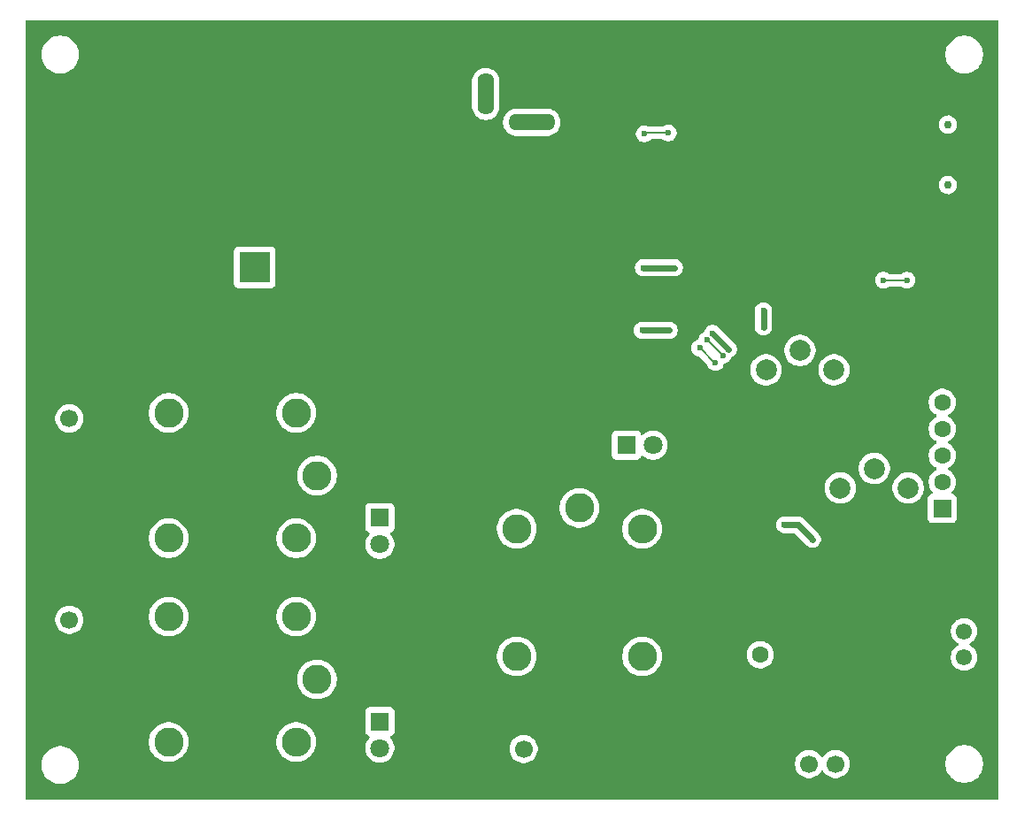
<source format=gbr>
%TF.GenerationSoftware,KiCad,Pcbnew,9.0.1*%
%TF.CreationDate,2025-04-28T19:38:50-07:00*%
%TF.ProjectId,rev0A,72657630-412e-46b6-9963-61645f706362,rev?*%
%TF.SameCoordinates,Original*%
%TF.FileFunction,Copper,L2,Bot*%
%TF.FilePolarity,Positive*%
%FSLAX46Y46*%
G04 Gerber Fmt 4.6, Leading zero omitted, Abs format (unit mm)*
G04 Created by KiCad (PCBNEW 9.0.1) date 2025-04-28 19:38:50*
%MOMM*%
%LPD*%
G01*
G04 APERTURE LIST*
%TA.AperFunction,ComponentPad*%
%ADD10C,1.700000*%
%TD*%
%TA.AperFunction,ComponentPad*%
%ADD11R,1.800000X1.800000*%
%TD*%
%TA.AperFunction,ComponentPad*%
%ADD12C,1.800000*%
%TD*%
%TA.AperFunction,ComponentPad*%
%ADD13C,2.000000*%
%TD*%
%TA.AperFunction,ComponentPad*%
%ADD14C,1.550000*%
%TD*%
%TA.AperFunction,ComponentPad*%
%ADD15C,1.600000*%
%TD*%
%TA.AperFunction,HeatsinkPad*%
%ADD16C,0.600000*%
%TD*%
%TA.AperFunction,ComponentPad*%
%ADD17C,2.790000*%
%TD*%
%TA.AperFunction,ComponentPad*%
%ADD18O,2.790000X2.790000*%
%TD*%
%TA.AperFunction,ComponentPad*%
%ADD19C,0.750000*%
%TD*%
%TA.AperFunction,ComponentPad*%
%ADD20O,2.000000X1.200000*%
%TD*%
%TA.AperFunction,ComponentPad*%
%ADD21O,1.800000X1.200000*%
%TD*%
%TA.AperFunction,ComponentPad*%
%ADD22O,4.500000X1.600000*%
%TD*%
%TA.AperFunction,ComponentPad*%
%ADD23O,3.800000X1.600000*%
%TD*%
%TA.AperFunction,ComponentPad*%
%ADD24O,1.600000X4.000000*%
%TD*%
%TA.AperFunction,ComponentPad*%
%ADD25R,3.000000X3.000000*%
%TD*%
%TA.AperFunction,ComponentPad*%
%ADD26C,3.000000*%
%TD*%
%TA.AperFunction,ViaPad*%
%ADD27C,0.600000*%
%TD*%
%TA.AperFunction,Conductor*%
%ADD28C,0.600000*%
%TD*%
%TA.AperFunction,Conductor*%
%ADD29C,0.200000*%
%TD*%
G04 APERTURE END LIST*
D10*
%TO.P,J3,1,Pin_1*%
%TO.N,Net-(J3-Pin_1)*%
X153140000Y-131472500D03*
%TO.P,J3,2,Pin_2*%
%TO.N,GND*%
X155680000Y-131472500D03*
%TD*%
D11*
%TO.P,Q1,1,C*%
%TO.N,Net-(D6-A)*%
X139380000Y-109340000D03*
D12*
%TO.P,Q1,2,B*%
%TO.N,Net-(Q1-B)*%
X139380000Y-111880000D03*
%TO.P,Q1,3,E*%
%TO.N,GND*%
X139380000Y-114420000D03*
%TD*%
D13*
%TO.P,SW2,1,1*%
%TO.N,GND*%
X182830000Y-99670000D03*
%TO.P,SW2,2,2*%
X176330000Y-99670000D03*
%TO.P,SW2,3,3*%
%TO.N,CHIP_PU*%
X182830000Y-95180000D03*
%TO.P,SW2,4,4*%
X176330000Y-95180000D03*
%TO.P,SW2,5*%
%TO.N,N/C*%
X179580000Y-93320000D03*
%TD*%
D14*
%TO.P,J4,1,Pin_1*%
%TO.N,+5V*%
X195280000Y-122700000D03*
%TO.P,J4,2,Pin_2*%
%TO.N,Net-(IC2-B1)*%
X195280000Y-120200000D03*
%TO.P,J4,3,Pin_3*%
%TO.N,GND*%
X195280000Y-117700000D03*
%TD*%
D15*
%TO.P,R5,1*%
%TO.N,Net-(J5-Pin_2)*%
X175780000Y-122450000D03*
%TO.P,R5,2*%
%TO.N,GND*%
X175780000Y-111950000D03*
%TD*%
D16*
%TO.P,IC1,19,GND*%
%TO.N,GND*%
X176940000Y-67950000D03*
X176940000Y-69050000D03*
X177490000Y-67400000D03*
X177490000Y-68500000D03*
X177490000Y-69600000D03*
X178040000Y-67950000D03*
X178040000Y-69050000D03*
X178590000Y-67400000D03*
X178590000Y-68500000D03*
X178590000Y-69600000D03*
X179140000Y-67950000D03*
X179140000Y-69050000D03*
%TD*%
D11*
%TO.P,Q3,1,C*%
%TO.N,Net-(D8-A)*%
X162980000Y-102400000D03*
D12*
%TO.P,Q3,2,B*%
%TO.N,Net-(Q3-B)*%
X165520000Y-102400000D03*
%TO.P,Q3,3,E*%
%TO.N,GND*%
X168060000Y-102400000D03*
%TD*%
D17*
%TO.P,K2,C1*%
%TO.N,+12V*%
X131380000Y-118800000D03*
D18*
%TO.P,K2,C2*%
%TO.N,Net-(D7-A)*%
X131380000Y-130800000D03*
D17*
%TO.P,K2,COM*%
%TO.N,+12V*%
X133380000Y-124800000D03*
%TO.P,K2,NC*%
%TO.N,unconnected-(K2-PadNC)*%
X119180000Y-130800000D03*
%TO.P,K2,NO*%
%TO.N,Net-(J2-Pin_1)*%
X119180000Y-118800000D03*
%TD*%
D11*
%TO.P,Q2,1,C*%
%TO.N,Net-(D7-A)*%
X139380000Y-128840000D03*
D12*
%TO.P,Q2,2,B*%
%TO.N,Net-(Q2-B)*%
X139380000Y-131380000D03*
%TO.P,Q2,3,E*%
%TO.N,GND*%
X139380000Y-133920000D03*
%TD*%
D19*
%TO.P,USBC1,*%
%TO.N,*%
X193717500Y-77500000D03*
X193717500Y-71700000D03*
D20*
%TO.P,USBC1,S1,SHIELD*%
%TO.N,GND*%
X193217500Y-78930000D03*
%TO.P,USBC1,S2,SHIELD*%
X193217500Y-70270000D03*
D21*
%TO.P,USBC1,S3,SHIELD*%
X197397500Y-78930000D03*
%TO.P,USBC1,S4,SHIELD*%
X197397500Y-70270000D03*
%TD*%
D11*
%TO.P,J7,1,Pin_1*%
%TO.N,GPIO9*%
X193180000Y-108450000D03*
D15*
%TO.P,J7,2,Pin_2*%
%TO.N,CHIP_PU*%
X193180000Y-105910000D03*
%TO.P,J7,3,Pin_3*%
%TO.N,+3.3V*%
X193180000Y-103370000D03*
%TO.P,J7,4,Pin_4*%
%TO.N,IO21*%
X193180000Y-100830000D03*
%TO.P,J7,5,Pin_5*%
%TO.N,Flow Sensor Enable*%
X193180000Y-98290000D03*
%TO.P,J7,6,Pin_6*%
%TO.N,GND*%
X193180000Y-95750000D03*
%TD*%
D13*
%TO.P,SW1,1,1*%
%TO.N,GND*%
X189930000Y-110970000D03*
%TO.P,SW1,2,2*%
X183430000Y-110970000D03*
%TO.P,SW1,3,3*%
%TO.N,GPIO9*%
X189930000Y-106480000D03*
%TO.P,SW1,4,4*%
X183430000Y-106480000D03*
%TO.P,SW1,5*%
%TO.N,N/C*%
X186680000Y-104620000D03*
%TD*%
D22*
%TO.P,DC1,1,1*%
%TO.N,+12V*%
X153917500Y-71482500D03*
D23*
%TO.P,DC1,2,2*%
%TO.N,GND*%
X153917500Y-65522500D03*
D24*
%TO.P,DC1,3,3*%
%TO.N,unconnected-(DC1-Pad3)*%
X149517500Y-68772500D03*
%TD*%
D10*
%TO.P,J5,1,Pin_1*%
%TO.N,+12V*%
X180440000Y-132900000D03*
%TO.P,J5,2,Pin_2*%
%TO.N,Net-(J5-Pin_2)*%
X182980000Y-132900000D03*
%TD*%
%TO.P,J1,1,Pin_1*%
%TO.N,Net-(J1-Pin_1)*%
X109680000Y-99830000D03*
%TO.P,J1,2,Pin_2*%
%TO.N,GND*%
X109680000Y-102370000D03*
%TD*%
D17*
%TO.P,K3,C1*%
%TO.N,+12V*%
X152480000Y-110400000D03*
D18*
%TO.P,K3,C2*%
%TO.N,Net-(D8-A)*%
X164480000Y-110400000D03*
D17*
%TO.P,K3,COM*%
%TO.N,+12V*%
X158480000Y-108400000D03*
%TO.P,K3,NC*%
%TO.N,unconnected-(K3-PadNC)*%
X164480000Y-122600000D03*
%TO.P,K3,NO*%
%TO.N,Net-(J3-Pin_1)*%
X152480000Y-122600000D03*
%TD*%
D25*
%TO.P,D1,1,K*%
%TO.N,Net-(D1-K)*%
X127400000Y-85370000D03*
D26*
%TO.P,D1,2,A*%
%TO.N,GND*%
X127400000Y-70130000D03*
%TD*%
D17*
%TO.P,K1,C1*%
%TO.N,+12V*%
X131380000Y-99300000D03*
D18*
%TO.P,K1,C2*%
%TO.N,Net-(D6-A)*%
X131380000Y-111300000D03*
D17*
%TO.P,K1,COM*%
%TO.N,+12V*%
X133380000Y-105300000D03*
%TO.P,K1,NC*%
%TO.N,unconnected-(K1-PadNC)*%
X119180000Y-111300000D03*
%TO.P,K1,NO*%
%TO.N,Net-(J1-Pin_1)*%
X119180000Y-99300000D03*
%TD*%
D10*
%TO.P,J2,1,Pin_1*%
%TO.N,Net-(J2-Pin_1)*%
X109680000Y-119100000D03*
%TO.P,J2,2,Pin_2*%
%TO.N,GND*%
X109680000Y-121640000D03*
%TD*%
D27*
%TO.N,GND*%
X187300000Y-80300000D03*
X153900000Y-67400000D03*
X151400000Y-64200000D03*
X180200000Y-69900000D03*
X189800000Y-65400000D03*
X168000000Y-75900000D03*
X162000000Y-81300000D03*
X156400000Y-64100000D03*
X122000000Y-83800000D03*
X170900000Y-89300000D03*
X176700000Y-70600000D03*
X172700000Y-84000000D03*
X142900000Y-125500000D03*
X176100000Y-66800000D03*
X125600000Y-90800000D03*
X179165000Y-85400000D03*
X190805000Y-71323471D03*
X187880000Y-84877012D03*
X172900000Y-90200000D03*
X156300000Y-66900000D03*
X174100000Y-87600000D03*
X179700000Y-66300000D03*
X197100000Y-84700000D03*
X114000000Y-70100000D03*
X124600000Y-70300000D03*
X163200000Y-71200000D03*
X159500000Y-98900000D03*
X152430000Y-88900000D03*
X118600000Y-79500000D03*
X188700000Y-73000000D03*
X114000000Y-72900000D03*
X193100000Y-81000000D03*
X151700000Y-77000000D03*
X142900000Y-106100000D03*
X163900000Y-75300000D03*
X129700000Y-71900000D03*
X189000000Y-77200000D03*
X164600000Y-65600000D03*
%TO.N,+5V*%
X189808000Y-86600000D03*
X178080000Y-110000000D03*
X164480000Y-91400000D03*
X187552000Y-86600000D03*
X167080000Y-91400000D03*
X180780000Y-111400000D03*
%TO.N,+3.3V*%
X172746393Y-93200000D03*
X171196393Y-91683607D03*
X167580000Y-85400000D03*
X176080000Y-89500000D03*
X164580000Y-85400000D03*
X176080000Y-91100000D03*
%TO.N,CHIP_PU*%
X170680000Y-92300000D03*
X172180000Y-93800000D03*
%TO.N,GPIO9*%
X169980000Y-93100000D03*
X171480000Y-94500000D03*
%TO.N,Net-(IC1-IO8)*%
X164680000Y-72600000D03*
X166980000Y-72500000D03*
%TD*%
D28*
%TO.N,+5V*%
X179380000Y-110000000D02*
X180780000Y-111400000D01*
X178080000Y-110000000D02*
X179380000Y-110000000D01*
X164480000Y-91400000D02*
X167080000Y-91400000D01*
D29*
X187552000Y-86600000D02*
X189808000Y-86600000D01*
D28*
%TO.N,+3.3V*%
X171196393Y-91683607D02*
X171230000Y-91683607D01*
X176080000Y-91100000D02*
X176080000Y-89500000D01*
X171230000Y-91683607D02*
X172746393Y-93200000D01*
X164580000Y-85400000D02*
X167580000Y-85400000D01*
D29*
%TO.N,CHIP_PU*%
X170680000Y-92300000D02*
X172180000Y-93800000D01*
%TO.N,GPIO9*%
X171380000Y-94500000D02*
X171480000Y-94500000D01*
X169980000Y-93100000D02*
X171380000Y-94500000D01*
%TO.N,Net-(IC1-IO8)*%
X164780000Y-72500000D02*
X164680000Y-72600000D01*
X166980000Y-72500000D02*
X164780000Y-72500000D01*
%TD*%
%TA.AperFunction,Conductor*%
%TO.N,GND*%
G36*
X198522539Y-61720185D02*
G01*
X198568294Y-61772989D01*
X198579500Y-61824500D01*
X198579500Y-136175500D01*
X198559815Y-136242539D01*
X198507011Y-136288294D01*
X198455500Y-136299500D01*
X105604500Y-136299500D01*
X105537461Y-136279815D01*
X105491706Y-136227011D01*
X105480500Y-136175500D01*
X105480500Y-132881995D01*
X106999500Y-132881995D01*
X106999500Y-133118004D01*
X106999501Y-133118020D01*
X107030306Y-133352010D01*
X107091394Y-133579993D01*
X107181714Y-133798045D01*
X107181719Y-133798056D01*
X107241992Y-133902450D01*
X107299727Y-134002450D01*
X107299729Y-134002453D01*
X107299730Y-134002454D01*
X107443406Y-134189697D01*
X107443412Y-134189704D01*
X107610295Y-134356587D01*
X107610301Y-134356592D01*
X107797550Y-134500273D01*
X107928918Y-134576118D01*
X108001943Y-134618280D01*
X108001948Y-134618282D01*
X108001951Y-134618284D01*
X108220007Y-134708606D01*
X108447986Y-134769693D01*
X108681989Y-134800500D01*
X108681996Y-134800500D01*
X108918004Y-134800500D01*
X108918011Y-134800500D01*
X109152014Y-134769693D01*
X109379993Y-134708606D01*
X109598049Y-134618284D01*
X109802450Y-134500273D01*
X109989699Y-134356592D01*
X110156592Y-134189699D01*
X110300273Y-134002450D01*
X110418284Y-133798049D01*
X110508606Y-133579993D01*
X110569693Y-133352014D01*
X110600500Y-133118011D01*
X110600500Y-132881989D01*
X110569693Y-132647986D01*
X110508606Y-132420007D01*
X110418284Y-132201951D01*
X110418282Y-132201948D01*
X110418280Y-132201943D01*
X110367518Y-132114022D01*
X110300273Y-131997550D01*
X110156592Y-131810301D01*
X110156587Y-131810295D01*
X109989704Y-131643412D01*
X109989697Y-131643406D01*
X109802454Y-131499730D01*
X109802453Y-131499729D01*
X109802450Y-131499727D01*
X109720957Y-131452677D01*
X109598056Y-131381719D01*
X109598045Y-131381714D01*
X109379993Y-131291394D01*
X109152014Y-131230307D01*
X109152013Y-131230306D01*
X109152010Y-131230306D01*
X108918020Y-131199501D01*
X108918017Y-131199500D01*
X108918011Y-131199500D01*
X108681989Y-131199500D01*
X108681983Y-131199500D01*
X108681979Y-131199501D01*
X108447989Y-131230306D01*
X108220006Y-131291394D01*
X108001954Y-131381714D01*
X108001943Y-131381719D01*
X107797545Y-131499730D01*
X107610302Y-131643406D01*
X107610295Y-131643412D01*
X107443412Y-131810295D01*
X107443406Y-131810302D01*
X107299730Y-131997545D01*
X107181719Y-132201943D01*
X107181714Y-132201954D01*
X107091394Y-132420006D01*
X107030306Y-132647989D01*
X106999501Y-132881979D01*
X106999500Y-132881995D01*
X105480500Y-132881995D01*
X105480500Y-130675754D01*
X117284500Y-130675754D01*
X117284500Y-130924245D01*
X117301327Y-131052049D01*
X117316933Y-131170587D01*
X117381243Y-131410595D01*
X117381246Y-131410605D01*
X117476328Y-131640153D01*
X117476333Y-131640164D01*
X117600563Y-131855335D01*
X117600574Y-131855351D01*
X117751828Y-132052470D01*
X117751834Y-132052477D01*
X117927522Y-132228165D01*
X117927529Y-132228171D01*
X117980134Y-132268536D01*
X118124657Y-132379432D01*
X118124664Y-132379436D01*
X118339835Y-132503666D01*
X118339840Y-132503668D01*
X118339843Y-132503670D01*
X118446832Y-132547986D01*
X118533195Y-132583759D01*
X118569404Y-132598757D01*
X118809413Y-132663067D01*
X119055762Y-132695500D01*
X119055769Y-132695500D01*
X119304231Y-132695500D01*
X119304238Y-132695500D01*
X119550587Y-132663067D01*
X119790596Y-132598757D01*
X120020157Y-132503670D01*
X120235343Y-132379432D01*
X120432472Y-132228170D01*
X120608170Y-132052472D01*
X120759432Y-131855343D01*
X120875865Y-131653675D01*
X120883666Y-131640164D01*
X120883666Y-131640163D01*
X120883670Y-131640157D01*
X120978757Y-131410596D01*
X121043067Y-131170587D01*
X121075500Y-130924238D01*
X121075500Y-130675762D01*
X121075499Y-130675754D01*
X129484500Y-130675754D01*
X129484500Y-130924245D01*
X129501327Y-131052049D01*
X129516933Y-131170587D01*
X129581243Y-131410595D01*
X129581246Y-131410605D01*
X129676328Y-131640153D01*
X129676333Y-131640164D01*
X129800563Y-131855335D01*
X129800574Y-131855351D01*
X129951828Y-132052470D01*
X129951834Y-132052477D01*
X130127522Y-132228165D01*
X130127529Y-132228171D01*
X130180134Y-132268536D01*
X130324657Y-132379432D01*
X130324664Y-132379436D01*
X130539835Y-132503666D01*
X130539840Y-132503668D01*
X130539843Y-132503670D01*
X130646832Y-132547986D01*
X130733195Y-132583759D01*
X130769404Y-132598757D01*
X131009413Y-132663067D01*
X131255762Y-132695500D01*
X131255769Y-132695500D01*
X131504231Y-132695500D01*
X131504238Y-132695500D01*
X131750587Y-132663067D01*
X131990596Y-132598757D01*
X132220157Y-132503670D01*
X132435343Y-132379432D01*
X132632472Y-132228170D01*
X132808170Y-132052472D01*
X132959432Y-131855343D01*
X133075865Y-131653675D01*
X133083666Y-131640164D01*
X133083666Y-131640163D01*
X133083670Y-131640157D01*
X133178757Y-131410596D01*
X133243067Y-131170587D01*
X133275500Y-130924238D01*
X133275500Y-130675762D01*
X133243067Y-130429413D01*
X133178757Y-130189404D01*
X133083670Y-129959843D01*
X133083668Y-129959840D01*
X133083666Y-129959835D01*
X132959436Y-129744664D01*
X132959432Y-129744657D01*
X132808170Y-129547528D01*
X132808165Y-129547522D01*
X132632477Y-129371834D01*
X132632470Y-129371828D01*
X132435351Y-129220574D01*
X132435349Y-129220572D01*
X132435343Y-129220568D01*
X132435338Y-129220565D01*
X132435335Y-129220563D01*
X132220164Y-129096333D01*
X132220153Y-129096328D01*
X131990605Y-129001246D01*
X131990598Y-129001244D01*
X131990596Y-129001243D01*
X131750587Y-128936933D01*
X131695842Y-128929725D01*
X131504245Y-128904500D01*
X131504238Y-128904500D01*
X131255762Y-128904500D01*
X131255754Y-128904500D01*
X131036785Y-128933329D01*
X131009413Y-128936933D01*
X130769404Y-129001243D01*
X130769394Y-129001246D01*
X130539846Y-129096328D01*
X130539835Y-129096333D01*
X130324664Y-129220563D01*
X130324648Y-129220574D01*
X130127529Y-129371828D01*
X130127522Y-129371834D01*
X129951834Y-129547522D01*
X129951828Y-129547529D01*
X129800574Y-129744648D01*
X129800563Y-129744664D01*
X129676333Y-129959835D01*
X129676328Y-129959846D01*
X129581246Y-130189394D01*
X129581243Y-130189404D01*
X129548459Y-130311758D01*
X129516933Y-130429414D01*
X129484500Y-130675754D01*
X121075499Y-130675754D01*
X121043067Y-130429413D01*
X120978757Y-130189404D01*
X120883670Y-129959843D01*
X120883668Y-129959840D01*
X120883666Y-129959835D01*
X120759436Y-129744664D01*
X120759432Y-129744657D01*
X120608170Y-129547528D01*
X120608165Y-129547522D01*
X120432477Y-129371834D01*
X120432470Y-129371828D01*
X120235351Y-129220574D01*
X120235349Y-129220572D01*
X120235343Y-129220568D01*
X120235338Y-129220565D01*
X120235335Y-129220563D01*
X120020164Y-129096333D01*
X120020153Y-129096328D01*
X119790605Y-129001246D01*
X119790598Y-129001244D01*
X119790596Y-129001243D01*
X119550587Y-128936933D01*
X119495842Y-128929725D01*
X119304245Y-128904500D01*
X119304238Y-128904500D01*
X119055762Y-128904500D01*
X119055754Y-128904500D01*
X118836785Y-128933329D01*
X118809413Y-128936933D01*
X118569404Y-129001243D01*
X118569394Y-129001246D01*
X118339846Y-129096328D01*
X118339835Y-129096333D01*
X118124664Y-129220563D01*
X118124648Y-129220574D01*
X117927529Y-129371828D01*
X117927522Y-129371834D01*
X117751834Y-129547522D01*
X117751828Y-129547529D01*
X117600574Y-129744648D01*
X117600563Y-129744664D01*
X117476333Y-129959835D01*
X117476328Y-129959846D01*
X117381246Y-130189394D01*
X117381243Y-130189404D01*
X117348459Y-130311758D01*
X117316933Y-130429414D01*
X117284500Y-130675754D01*
X105480500Y-130675754D01*
X105480500Y-127892135D01*
X137979500Y-127892135D01*
X137979500Y-129787870D01*
X137979501Y-129787876D01*
X137985908Y-129847483D01*
X138036202Y-129982328D01*
X138036206Y-129982335D01*
X138122452Y-130097544D01*
X138122455Y-130097547D01*
X138237664Y-130183793D01*
X138237671Y-130183797D01*
X138317580Y-130213601D01*
X138373514Y-130255472D01*
X138397931Y-130320936D01*
X138383080Y-130389209D01*
X138361929Y-130417463D01*
X138311756Y-130467636D01*
X138311752Y-130467641D01*
X138182187Y-130645974D01*
X138082104Y-130842393D01*
X138082103Y-130842396D01*
X138013985Y-131052047D01*
X137995211Y-131170585D01*
X137979500Y-131269778D01*
X137979500Y-131490222D01*
X137988889Y-131549500D01*
X138013985Y-131707952D01*
X138082103Y-131917603D01*
X138082104Y-131917606D01*
X138122836Y-131997545D01*
X138176034Y-132101951D01*
X138182187Y-132114025D01*
X138311752Y-132292358D01*
X138311756Y-132292363D01*
X138467636Y-132448243D01*
X138467641Y-132448247D01*
X138604922Y-132547986D01*
X138645978Y-132577815D01*
X138774375Y-132643237D01*
X138842393Y-132677895D01*
X138842396Y-132677896D01*
X138896574Y-132695499D01*
X139052049Y-132746015D01*
X139269778Y-132780500D01*
X139269779Y-132780500D01*
X139490221Y-132780500D01*
X139490222Y-132780500D01*
X139707951Y-132746015D01*
X139917606Y-132677895D01*
X140114022Y-132577815D01*
X140292365Y-132448242D01*
X140448242Y-132292365D01*
X140577815Y-132114022D01*
X140677895Y-131917606D01*
X140746015Y-131707951D01*
X140780500Y-131490222D01*
X140780500Y-131366213D01*
X151789500Y-131366213D01*
X151789500Y-131578786D01*
X151815817Y-131744949D01*
X151822754Y-131788743D01*
X151864624Y-131917606D01*
X151888444Y-131990914D01*
X151984951Y-132180320D01*
X152109890Y-132352286D01*
X152260213Y-132502609D01*
X152432179Y-132627548D01*
X152432181Y-132627549D01*
X152432184Y-132627551D01*
X152621588Y-132724057D01*
X152823757Y-132789746D01*
X153033713Y-132823000D01*
X153033714Y-132823000D01*
X153246286Y-132823000D01*
X153246287Y-132823000D01*
X153431197Y-132793713D01*
X179089500Y-132793713D01*
X179089500Y-133006287D01*
X179122754Y-133216243D01*
X179134375Y-133252010D01*
X179188444Y-133418414D01*
X179284951Y-133607820D01*
X179409890Y-133779786D01*
X179560213Y-133930109D01*
X179732179Y-134055048D01*
X179732181Y-134055049D01*
X179732184Y-134055051D01*
X179921588Y-134151557D01*
X180123757Y-134217246D01*
X180333713Y-134250500D01*
X180333714Y-134250500D01*
X180546286Y-134250500D01*
X180546287Y-134250500D01*
X180756243Y-134217246D01*
X180958412Y-134151557D01*
X181147816Y-134055051D01*
X181220216Y-134002450D01*
X181319786Y-133930109D01*
X181319788Y-133930106D01*
X181319792Y-133930104D01*
X181470104Y-133779792D01*
X181470106Y-133779788D01*
X181470109Y-133779786D01*
X181595048Y-133607820D01*
X181595047Y-133607820D01*
X181595051Y-133607816D01*
X181599514Y-133599054D01*
X181647488Y-133548259D01*
X181715308Y-133531463D01*
X181781444Y-133553999D01*
X181820486Y-133599056D01*
X181824951Y-133607820D01*
X181949890Y-133779786D01*
X182100213Y-133930109D01*
X182272179Y-134055048D01*
X182272181Y-134055049D01*
X182272184Y-134055051D01*
X182461588Y-134151557D01*
X182663757Y-134217246D01*
X182873713Y-134250500D01*
X182873714Y-134250500D01*
X183086286Y-134250500D01*
X183086287Y-134250500D01*
X183296243Y-134217246D01*
X183498412Y-134151557D01*
X183687816Y-134055051D01*
X183760216Y-134002450D01*
X183859786Y-133930109D01*
X183859788Y-133930106D01*
X183859792Y-133930104D01*
X184010104Y-133779792D01*
X184010106Y-133779788D01*
X184010109Y-133779786D01*
X184135048Y-133607820D01*
X184135047Y-133607820D01*
X184135051Y-133607816D01*
X184231557Y-133418412D01*
X184297246Y-133216243D01*
X184330500Y-133006287D01*
X184330500Y-132793713D01*
X184328644Y-132781995D01*
X193499500Y-132781995D01*
X193499500Y-133018004D01*
X193499501Y-133018020D01*
X193530306Y-133252010D01*
X193591394Y-133479993D01*
X193681714Y-133698045D01*
X193681719Y-133698056D01*
X193728907Y-133779786D01*
X193799727Y-133902450D01*
X193799729Y-133902453D01*
X193799730Y-133902454D01*
X193943406Y-134089697D01*
X193943412Y-134089704D01*
X194110295Y-134256587D01*
X194110301Y-134256592D01*
X194297550Y-134400273D01*
X194428918Y-134476118D01*
X194501943Y-134518280D01*
X194501948Y-134518282D01*
X194501951Y-134518284D01*
X194720007Y-134608606D01*
X194947986Y-134669693D01*
X195181989Y-134700500D01*
X195181996Y-134700500D01*
X195418004Y-134700500D01*
X195418011Y-134700500D01*
X195652014Y-134669693D01*
X195879993Y-134608606D01*
X196098049Y-134518284D01*
X196302450Y-134400273D01*
X196489699Y-134256592D01*
X196656592Y-134089699D01*
X196800273Y-133902450D01*
X196918284Y-133698049D01*
X197008606Y-133479993D01*
X197069693Y-133252014D01*
X197100500Y-133018011D01*
X197100500Y-132781989D01*
X197069693Y-132547986D01*
X197008606Y-132320007D01*
X196918284Y-132101951D01*
X196918282Y-132101948D01*
X196918280Y-132101943D01*
X196876118Y-132028918D01*
X196800273Y-131897550D01*
X196656592Y-131710301D01*
X196656587Y-131710295D01*
X196489704Y-131543412D01*
X196489697Y-131543406D01*
X196302454Y-131399730D01*
X196302453Y-131399729D01*
X196302450Y-131399727D01*
X196220957Y-131352677D01*
X196098056Y-131281719D01*
X196098045Y-131281714D01*
X195879993Y-131191394D01*
X195802333Y-131170585D01*
X195652014Y-131130307D01*
X195652013Y-131130306D01*
X195652010Y-131130306D01*
X195418020Y-131099501D01*
X195418017Y-131099500D01*
X195418011Y-131099500D01*
X195181989Y-131099500D01*
X195181983Y-131099500D01*
X195181979Y-131099501D01*
X194947989Y-131130306D01*
X194720006Y-131191394D01*
X194501954Y-131281714D01*
X194501943Y-131281719D01*
X194297545Y-131399730D01*
X194110302Y-131543406D01*
X194110295Y-131543412D01*
X193943412Y-131710295D01*
X193943406Y-131710302D01*
X193799730Y-131897545D01*
X193681719Y-132101943D01*
X193681714Y-132101954D01*
X193591394Y-132320006D01*
X193530306Y-132547989D01*
X193499501Y-132781979D01*
X193499500Y-132781995D01*
X184328644Y-132781995D01*
X184297246Y-132583757D01*
X184231557Y-132381588D01*
X184135051Y-132192184D01*
X184135049Y-132192181D01*
X184135048Y-132192179D01*
X184010109Y-132020213D01*
X183859786Y-131869890D01*
X183687820Y-131744951D01*
X183498414Y-131648444D01*
X183498413Y-131648443D01*
X183498412Y-131648443D01*
X183296243Y-131582754D01*
X183296241Y-131582753D01*
X183296240Y-131582753D01*
X183134957Y-131557208D01*
X183086287Y-131549500D01*
X182873713Y-131549500D01*
X182825042Y-131557208D01*
X182663760Y-131582753D01*
X182461585Y-131648444D01*
X182272179Y-131744951D01*
X182100213Y-131869890D01*
X181949890Y-132020213D01*
X181824949Y-132192182D01*
X181820484Y-132200946D01*
X181772509Y-132251742D01*
X181704688Y-132268536D01*
X181638553Y-132245998D01*
X181599516Y-132200946D01*
X181595050Y-132192182D01*
X181470109Y-132020213D01*
X181319786Y-131869890D01*
X181147820Y-131744951D01*
X180958414Y-131648444D01*
X180958413Y-131648443D01*
X180958412Y-131648443D01*
X180756243Y-131582754D01*
X180756241Y-131582753D01*
X180756240Y-131582753D01*
X180594957Y-131557208D01*
X180546287Y-131549500D01*
X180333713Y-131549500D01*
X180285042Y-131557208D01*
X180123760Y-131582753D01*
X179921585Y-131648444D01*
X179732179Y-131744951D01*
X179560213Y-131869890D01*
X179409890Y-132020213D01*
X179284951Y-132192179D01*
X179188444Y-132381585D01*
X179122753Y-132583760D01*
X179097055Y-132746014D01*
X179089500Y-132793713D01*
X153431197Y-132793713D01*
X153456243Y-132789746D01*
X153658412Y-132724057D01*
X153847816Y-132627551D01*
X153916272Y-132577815D01*
X154019786Y-132502609D01*
X154019788Y-132502606D01*
X154019792Y-132502604D01*
X154170104Y-132352292D01*
X154170106Y-132352288D01*
X154170109Y-132352286D01*
X154295048Y-132180320D01*
X154295047Y-132180320D01*
X154295051Y-132180316D01*
X154391557Y-131990912D01*
X154457246Y-131788743D01*
X154490500Y-131578787D01*
X154490500Y-131366213D01*
X154457246Y-131156257D01*
X154391557Y-130954088D01*
X154295051Y-130764684D01*
X154295049Y-130764681D01*
X154295048Y-130764679D01*
X154170109Y-130592713D01*
X154019786Y-130442390D01*
X153847820Y-130317451D01*
X153658414Y-130220944D01*
X153658413Y-130220943D01*
X153658412Y-130220943D01*
X153456243Y-130155254D01*
X153456241Y-130155253D01*
X153456240Y-130155253D01*
X153294957Y-130129708D01*
X153246287Y-130122000D01*
X153033713Y-130122000D01*
X152985042Y-130129708D01*
X152823760Y-130155253D01*
X152621585Y-130220944D01*
X152432179Y-130317451D01*
X152260213Y-130442390D01*
X152109890Y-130592713D01*
X151984951Y-130764679D01*
X151888444Y-130954085D01*
X151822753Y-131156260D01*
X151789500Y-131366213D01*
X140780500Y-131366213D01*
X140780500Y-131269778D01*
X140746015Y-131052049D01*
X140677895Y-130842394D01*
X140677895Y-130842393D01*
X140638297Y-130764679D01*
X140577815Y-130645978D01*
X140539112Y-130592708D01*
X140448247Y-130467641D01*
X140448243Y-130467636D01*
X140398071Y-130417464D01*
X140364586Y-130356141D01*
X140369570Y-130286449D01*
X140411442Y-130230516D01*
X140442420Y-130213601D01*
X140522326Y-130183798D01*
X140522326Y-130183797D01*
X140522331Y-130183796D01*
X140637546Y-130097546D01*
X140723796Y-129982331D01*
X140774091Y-129847483D01*
X140780500Y-129787873D01*
X140780499Y-127892128D01*
X140774091Y-127832517D01*
X140723796Y-127697669D01*
X140723795Y-127697668D01*
X140723793Y-127697664D01*
X140637547Y-127582455D01*
X140637544Y-127582452D01*
X140522335Y-127496206D01*
X140522328Y-127496202D01*
X140387482Y-127445908D01*
X140387483Y-127445908D01*
X140327883Y-127439501D01*
X140327881Y-127439500D01*
X140327873Y-127439500D01*
X140327864Y-127439500D01*
X138432129Y-127439500D01*
X138432123Y-127439501D01*
X138372516Y-127445908D01*
X138237671Y-127496202D01*
X138237664Y-127496206D01*
X138122455Y-127582452D01*
X138122452Y-127582455D01*
X138036206Y-127697664D01*
X138036202Y-127697671D01*
X137985908Y-127832517D01*
X137979501Y-127892116D01*
X137979501Y-127892123D01*
X137979500Y-127892135D01*
X105480500Y-127892135D01*
X105480500Y-124675754D01*
X131484500Y-124675754D01*
X131484500Y-124924245D01*
X131509725Y-125115842D01*
X131516933Y-125170587D01*
X131581243Y-125410595D01*
X131581246Y-125410605D01*
X131676328Y-125640153D01*
X131676333Y-125640164D01*
X131800563Y-125855335D01*
X131800574Y-125855351D01*
X131951828Y-126052470D01*
X131951834Y-126052477D01*
X132127522Y-126228165D01*
X132127528Y-126228170D01*
X132324657Y-126379432D01*
X132324664Y-126379436D01*
X132539835Y-126503666D01*
X132539840Y-126503668D01*
X132539843Y-126503670D01*
X132769404Y-126598757D01*
X133009413Y-126663067D01*
X133255762Y-126695500D01*
X133255769Y-126695500D01*
X133504231Y-126695500D01*
X133504238Y-126695500D01*
X133750587Y-126663067D01*
X133990596Y-126598757D01*
X134220157Y-126503670D01*
X134435343Y-126379432D01*
X134632472Y-126228170D01*
X134808170Y-126052472D01*
X134959432Y-125855343D01*
X135083670Y-125640157D01*
X135178757Y-125410596D01*
X135243067Y-125170587D01*
X135275500Y-124924238D01*
X135275500Y-124675762D01*
X135243067Y-124429413D01*
X135178757Y-124189404D01*
X135174626Y-124179432D01*
X135083671Y-123959846D01*
X135083666Y-123959835D01*
X134959436Y-123744664D01*
X134959432Y-123744657D01*
X134808170Y-123547528D01*
X134808165Y-123547522D01*
X134632477Y-123371834D01*
X134632470Y-123371828D01*
X134435351Y-123220574D01*
X134435349Y-123220572D01*
X134435343Y-123220568D01*
X134435338Y-123220565D01*
X134435335Y-123220563D01*
X134220164Y-123096333D01*
X134220153Y-123096328D01*
X133990605Y-123001246D01*
X133990598Y-123001244D01*
X133990596Y-123001243D01*
X133750587Y-122936933D01*
X133695842Y-122929725D01*
X133504245Y-122904500D01*
X133504238Y-122904500D01*
X133255762Y-122904500D01*
X133255754Y-122904500D01*
X133036785Y-122933329D01*
X133009413Y-122936933D01*
X132778969Y-122998680D01*
X132769404Y-123001243D01*
X132769394Y-123001246D01*
X132539846Y-123096328D01*
X132539835Y-123096333D01*
X132324664Y-123220563D01*
X132324648Y-123220574D01*
X132127529Y-123371828D01*
X132127522Y-123371834D01*
X131951834Y-123547522D01*
X131951828Y-123547529D01*
X131800574Y-123744648D01*
X131800563Y-123744664D01*
X131676333Y-123959835D01*
X131676328Y-123959846D01*
X131581246Y-124189394D01*
X131581243Y-124189404D01*
X131525148Y-124398756D01*
X131516933Y-124429414D01*
X131484500Y-124675754D01*
X105480500Y-124675754D01*
X105480500Y-122475754D01*
X150584500Y-122475754D01*
X150584500Y-122724245D01*
X150608232Y-122904500D01*
X150616933Y-122970587D01*
X150660079Y-123131610D01*
X150681243Y-123210595D01*
X150681246Y-123210605D01*
X150776328Y-123440153D01*
X150776333Y-123440164D01*
X150900563Y-123655335D01*
X150900574Y-123655351D01*
X151051828Y-123852470D01*
X151051834Y-123852477D01*
X151227522Y-124028165D01*
X151227528Y-124028170D01*
X151424657Y-124179432D01*
X151424664Y-124179436D01*
X151639835Y-124303666D01*
X151639840Y-124303668D01*
X151639843Y-124303670D01*
X151869404Y-124398757D01*
X152109413Y-124463067D01*
X152355762Y-124495500D01*
X152355769Y-124495500D01*
X152604231Y-124495500D01*
X152604238Y-124495500D01*
X152850587Y-124463067D01*
X153090596Y-124398757D01*
X153320157Y-124303670D01*
X153535343Y-124179432D01*
X153732472Y-124028170D01*
X153908170Y-123852472D01*
X154059432Y-123655343D01*
X154183670Y-123440157D01*
X154278757Y-123210596D01*
X154343067Y-122970587D01*
X154375500Y-122724238D01*
X154375500Y-122475762D01*
X154375499Y-122475754D01*
X162584500Y-122475754D01*
X162584500Y-122724245D01*
X162608232Y-122904500D01*
X162616933Y-122970587D01*
X162660079Y-123131610D01*
X162681243Y-123210595D01*
X162681246Y-123210605D01*
X162776328Y-123440153D01*
X162776333Y-123440164D01*
X162900563Y-123655335D01*
X162900574Y-123655351D01*
X163051828Y-123852470D01*
X163051834Y-123852477D01*
X163227522Y-124028165D01*
X163227528Y-124028170D01*
X163424657Y-124179432D01*
X163424664Y-124179436D01*
X163639835Y-124303666D01*
X163639840Y-124303668D01*
X163639843Y-124303670D01*
X163869404Y-124398757D01*
X164109413Y-124463067D01*
X164355762Y-124495500D01*
X164355769Y-124495500D01*
X164604231Y-124495500D01*
X164604238Y-124495500D01*
X164850587Y-124463067D01*
X165090596Y-124398757D01*
X165320157Y-124303670D01*
X165535343Y-124179432D01*
X165732472Y-124028170D01*
X165908170Y-123852472D01*
X166059432Y-123655343D01*
X166183670Y-123440157D01*
X166278757Y-123210596D01*
X166343067Y-122970587D01*
X166375500Y-122724238D01*
X166375500Y-122475762D01*
X166358633Y-122347648D01*
X174479500Y-122347648D01*
X174479500Y-122552351D01*
X174511522Y-122754534D01*
X174574781Y-122949223D01*
X174601289Y-123001246D01*
X174649738Y-123096333D01*
X174667715Y-123131613D01*
X174788028Y-123297213D01*
X174932786Y-123441971D01*
X175078076Y-123547528D01*
X175098390Y-123562287D01*
X175214607Y-123621503D01*
X175280776Y-123655218D01*
X175280778Y-123655218D01*
X175280781Y-123655220D01*
X175385137Y-123689127D01*
X175475465Y-123718477D01*
X175576557Y-123734488D01*
X175677648Y-123750500D01*
X175677649Y-123750500D01*
X175882351Y-123750500D01*
X175882352Y-123750500D01*
X176084534Y-123718477D01*
X176279219Y-123655220D01*
X176461610Y-123562287D01*
X176554590Y-123494732D01*
X176627213Y-123441971D01*
X176627215Y-123441968D01*
X176627219Y-123441966D01*
X176771966Y-123297219D01*
X176771968Y-123297215D01*
X176771971Y-123297213D01*
X176834901Y-123210596D01*
X176892287Y-123131610D01*
X176985220Y-122949219D01*
X177048477Y-122754534D01*
X177080500Y-122552352D01*
X177080500Y-122347648D01*
X177058758Y-122210378D01*
X177048477Y-122145465D01*
X176985218Y-121950776D01*
X176943584Y-121869066D01*
X176892287Y-121768390D01*
X176862292Y-121727105D01*
X176771971Y-121602786D01*
X176627213Y-121458028D01*
X176461613Y-121337715D01*
X176461612Y-121337714D01*
X176461610Y-121337713D01*
X176404653Y-121308691D01*
X176279223Y-121244781D01*
X176084534Y-121181522D01*
X175909995Y-121153878D01*
X175882352Y-121149500D01*
X175677648Y-121149500D01*
X175653329Y-121153351D01*
X175475465Y-121181522D01*
X175280776Y-121244781D01*
X175098386Y-121337715D01*
X174932786Y-121458028D01*
X174788028Y-121602786D01*
X174667715Y-121768386D01*
X174574781Y-121950776D01*
X174511522Y-122145465D01*
X174479500Y-122347648D01*
X166358633Y-122347648D01*
X166343067Y-122229413D01*
X166278757Y-121989404D01*
X166183670Y-121759843D01*
X166183668Y-121759840D01*
X166183666Y-121759835D01*
X166059436Y-121544664D01*
X166059432Y-121544657D01*
X165908170Y-121347528D01*
X165908165Y-121347522D01*
X165732477Y-121171834D01*
X165732470Y-121171828D01*
X165535351Y-121020574D01*
X165535349Y-121020572D01*
X165535343Y-121020568D01*
X165535338Y-121020565D01*
X165535335Y-121020563D01*
X165320164Y-120896333D01*
X165320153Y-120896328D01*
X165090605Y-120801246D01*
X165090598Y-120801244D01*
X165090596Y-120801243D01*
X164850587Y-120736933D01*
X164795842Y-120729725D01*
X164604245Y-120704500D01*
X164604238Y-120704500D01*
X164355762Y-120704500D01*
X164355754Y-120704500D01*
X164136785Y-120733329D01*
X164109413Y-120736933D01*
X163869404Y-120801243D01*
X163869394Y-120801246D01*
X163639846Y-120896328D01*
X163639835Y-120896333D01*
X163424664Y-121020563D01*
X163424648Y-121020574D01*
X163227529Y-121171828D01*
X163227522Y-121171834D01*
X163051834Y-121347522D01*
X163051828Y-121347529D01*
X162900574Y-121544648D01*
X162900563Y-121544664D01*
X162776333Y-121759835D01*
X162776328Y-121759846D01*
X162681246Y-121989394D01*
X162681243Y-121989404D01*
X162622034Y-122210378D01*
X162616933Y-122229414D01*
X162584500Y-122475754D01*
X154375499Y-122475754D01*
X154343067Y-122229413D01*
X154278757Y-121989404D01*
X154183670Y-121759843D01*
X154183668Y-121759840D01*
X154183666Y-121759835D01*
X154059436Y-121544664D01*
X154059432Y-121544657D01*
X153908170Y-121347528D01*
X153908165Y-121347522D01*
X153732477Y-121171834D01*
X153732470Y-121171828D01*
X153535351Y-121020574D01*
X153535349Y-121020572D01*
X153535343Y-121020568D01*
X153535338Y-121020565D01*
X153535335Y-121020563D01*
X153320164Y-120896333D01*
X153320153Y-120896328D01*
X153090605Y-120801246D01*
X153090598Y-120801244D01*
X153090596Y-120801243D01*
X152850587Y-120736933D01*
X152795842Y-120729725D01*
X152604245Y-120704500D01*
X152604238Y-120704500D01*
X152355762Y-120704500D01*
X152355754Y-120704500D01*
X152136785Y-120733329D01*
X152109413Y-120736933D01*
X151869404Y-120801243D01*
X151869394Y-120801246D01*
X151639846Y-120896328D01*
X151639835Y-120896333D01*
X151424664Y-121020563D01*
X151424648Y-121020574D01*
X151227529Y-121171828D01*
X151227522Y-121171834D01*
X151051834Y-121347522D01*
X151051828Y-121347529D01*
X150900574Y-121544648D01*
X150900563Y-121544664D01*
X150776333Y-121759835D01*
X150776328Y-121759846D01*
X150681246Y-121989394D01*
X150681243Y-121989404D01*
X150622034Y-122210378D01*
X150616933Y-122229414D01*
X150584500Y-122475754D01*
X105480500Y-122475754D01*
X105480500Y-118993713D01*
X108329500Y-118993713D01*
X108329500Y-119206286D01*
X108362753Y-119416239D01*
X108428444Y-119618414D01*
X108524951Y-119807820D01*
X108649890Y-119979786D01*
X108800213Y-120130109D01*
X108972179Y-120255048D01*
X108972181Y-120255049D01*
X108972184Y-120255051D01*
X109161588Y-120351557D01*
X109363757Y-120417246D01*
X109573713Y-120450500D01*
X109573714Y-120450500D01*
X109786286Y-120450500D01*
X109786287Y-120450500D01*
X109996243Y-120417246D01*
X110198412Y-120351557D01*
X110387816Y-120255051D01*
X110424822Y-120228165D01*
X110559786Y-120130109D01*
X110559788Y-120130106D01*
X110559792Y-120130104D01*
X110710104Y-119979792D01*
X110710106Y-119979788D01*
X110710109Y-119979786D01*
X110835048Y-119807820D01*
X110835047Y-119807820D01*
X110835051Y-119807816D01*
X110931557Y-119618412D01*
X110997246Y-119416243D01*
X111030500Y-119206287D01*
X111030500Y-118993713D01*
X110997246Y-118783757D01*
X110962154Y-118675754D01*
X117284500Y-118675754D01*
X117284500Y-118924245D01*
X117296837Y-119017948D01*
X117316933Y-119170587D01*
X117332077Y-119227105D01*
X117381243Y-119410595D01*
X117381246Y-119410605D01*
X117476328Y-119640153D01*
X117476333Y-119640164D01*
X117600563Y-119855335D01*
X117600574Y-119855351D01*
X117751828Y-120052470D01*
X117751834Y-120052477D01*
X117927522Y-120228165D01*
X117927528Y-120228170D01*
X118124657Y-120379432D01*
X118124664Y-120379436D01*
X118339835Y-120503666D01*
X118339840Y-120503668D01*
X118339843Y-120503670D01*
X118569404Y-120598757D01*
X118809413Y-120663067D01*
X119055762Y-120695500D01*
X119055769Y-120695500D01*
X119304231Y-120695500D01*
X119304238Y-120695500D01*
X119550587Y-120663067D01*
X119790596Y-120598757D01*
X120020157Y-120503670D01*
X120235343Y-120379432D01*
X120432472Y-120228170D01*
X120608170Y-120052472D01*
X120759432Y-119855343D01*
X120883670Y-119640157D01*
X120978757Y-119410596D01*
X121043067Y-119170587D01*
X121075500Y-118924238D01*
X121075500Y-118675762D01*
X121075499Y-118675754D01*
X129484500Y-118675754D01*
X129484500Y-118924245D01*
X129496837Y-119017948D01*
X129516933Y-119170587D01*
X129532077Y-119227105D01*
X129581243Y-119410595D01*
X129581246Y-119410605D01*
X129676328Y-119640153D01*
X129676333Y-119640164D01*
X129800563Y-119855335D01*
X129800574Y-119855351D01*
X129951828Y-120052470D01*
X129951834Y-120052477D01*
X130127522Y-120228165D01*
X130127528Y-120228170D01*
X130324657Y-120379432D01*
X130324664Y-120379436D01*
X130539835Y-120503666D01*
X130539840Y-120503668D01*
X130539843Y-120503670D01*
X130769404Y-120598757D01*
X131009413Y-120663067D01*
X131255762Y-120695500D01*
X131255769Y-120695500D01*
X131504231Y-120695500D01*
X131504238Y-120695500D01*
X131750587Y-120663067D01*
X131990596Y-120598757D01*
X132220157Y-120503670D01*
X132435343Y-120379432D01*
X132632472Y-120228170D01*
X132761026Y-120099616D01*
X194004500Y-120099616D01*
X194004500Y-120300383D01*
X194035907Y-120498680D01*
X194097949Y-120689626D01*
X194154823Y-120801246D01*
X194189095Y-120868508D01*
X194307103Y-121030932D01*
X194449068Y-121172897D01*
X194611492Y-121290905D01*
X194675827Y-121323685D01*
X194706894Y-121339515D01*
X194757690Y-121387490D01*
X194774485Y-121455311D01*
X194751947Y-121521446D01*
X194706894Y-121560485D01*
X194611491Y-121609095D01*
X194518822Y-121676423D01*
X194449068Y-121727103D01*
X194449066Y-121727105D01*
X194449065Y-121727105D01*
X194307105Y-121869065D01*
X194307105Y-121869066D01*
X194307103Y-121869068D01*
X194256423Y-121938822D01*
X194189095Y-122031491D01*
X194097949Y-122210373D01*
X194035907Y-122401319D01*
X194004500Y-122599616D01*
X194004500Y-122800383D01*
X194035907Y-122998680D01*
X194097949Y-123189626D01*
X194152768Y-123297213D01*
X194189095Y-123368508D01*
X194307103Y-123530932D01*
X194449068Y-123672897D01*
X194611492Y-123790905D01*
X194696007Y-123833967D01*
X194790373Y-123882050D01*
X194790375Y-123882050D01*
X194790378Y-123882052D01*
X194981320Y-123944093D01*
X195179616Y-123975500D01*
X195179617Y-123975500D01*
X195380383Y-123975500D01*
X195380384Y-123975500D01*
X195578680Y-123944093D01*
X195769622Y-123882052D01*
X195948508Y-123790905D01*
X196110932Y-123672897D01*
X196252897Y-123530932D01*
X196370905Y-123368508D01*
X196462052Y-123189622D01*
X196524093Y-122998680D01*
X196555500Y-122800384D01*
X196555500Y-122599616D01*
X196524093Y-122401320D01*
X196462052Y-122210378D01*
X196462050Y-122210375D01*
X196462050Y-122210373D01*
X196370904Y-122031491D01*
X196340326Y-121989404D01*
X196252897Y-121869068D01*
X196110932Y-121727103D01*
X195948508Y-121609095D01*
X195853104Y-121560484D01*
X195802309Y-121512511D01*
X195785514Y-121444690D01*
X195808051Y-121378555D01*
X195853104Y-121339515D01*
X195948508Y-121290905D01*
X196110932Y-121172897D01*
X196252897Y-121030932D01*
X196370905Y-120868508D01*
X196462052Y-120689622D01*
X196524093Y-120498680D01*
X196555500Y-120300384D01*
X196555500Y-120099616D01*
X196524093Y-119901320D01*
X196462052Y-119710378D01*
X196462050Y-119710375D01*
X196462050Y-119710373D01*
X196370904Y-119531491D01*
X196252897Y-119369068D01*
X196110932Y-119227103D01*
X195948508Y-119109095D01*
X195769626Y-119017949D01*
X195578680Y-118955907D01*
X195380384Y-118924500D01*
X195179616Y-118924500D01*
X195080468Y-118940203D01*
X194981319Y-118955907D01*
X194790373Y-119017949D01*
X194611491Y-119109095D01*
X194518822Y-119176423D01*
X194449068Y-119227103D01*
X194449066Y-119227105D01*
X194449065Y-119227105D01*
X194307105Y-119369065D01*
X194307105Y-119369066D01*
X194307103Y-119369068D01*
X194256423Y-119438822D01*
X194189095Y-119531491D01*
X194097949Y-119710373D01*
X194035907Y-119901319D01*
X194004500Y-120099616D01*
X132761026Y-120099616D01*
X132808170Y-120052472D01*
X132959432Y-119855343D01*
X133083670Y-119640157D01*
X133178757Y-119410596D01*
X133243067Y-119170587D01*
X133275500Y-118924238D01*
X133275500Y-118675762D01*
X133243067Y-118429413D01*
X133178757Y-118189404D01*
X133083670Y-117959843D01*
X133083668Y-117959840D01*
X133083666Y-117959835D01*
X132959436Y-117744664D01*
X132959432Y-117744657D01*
X132808170Y-117547528D01*
X132808165Y-117547522D01*
X132632477Y-117371834D01*
X132632470Y-117371828D01*
X132435351Y-117220574D01*
X132435349Y-117220572D01*
X132435343Y-117220568D01*
X132435338Y-117220565D01*
X132435335Y-117220563D01*
X132220164Y-117096333D01*
X132220153Y-117096328D01*
X131990605Y-117001246D01*
X131990598Y-117001244D01*
X131990596Y-117001243D01*
X131750587Y-116936933D01*
X131695842Y-116929725D01*
X131504245Y-116904500D01*
X131504238Y-116904500D01*
X131255762Y-116904500D01*
X131255754Y-116904500D01*
X131036785Y-116933329D01*
X131009413Y-116936933D01*
X130769404Y-117001243D01*
X130769394Y-117001246D01*
X130539846Y-117096328D01*
X130539835Y-117096333D01*
X130324664Y-117220563D01*
X130324648Y-117220574D01*
X130127529Y-117371828D01*
X130127522Y-117371834D01*
X129951834Y-117547522D01*
X129951828Y-117547529D01*
X129800574Y-117744648D01*
X129800563Y-117744664D01*
X129676333Y-117959835D01*
X129676328Y-117959846D01*
X129581246Y-118189394D01*
X129581243Y-118189404D01*
X129526909Y-118392184D01*
X129516933Y-118429414D01*
X129484500Y-118675754D01*
X121075499Y-118675754D01*
X121043067Y-118429413D01*
X120978757Y-118189404D01*
X120883670Y-117959843D01*
X120883668Y-117959840D01*
X120883666Y-117959835D01*
X120759436Y-117744664D01*
X120759432Y-117744657D01*
X120608170Y-117547528D01*
X120608165Y-117547522D01*
X120432477Y-117371834D01*
X120432470Y-117371828D01*
X120235351Y-117220574D01*
X120235349Y-117220572D01*
X120235343Y-117220568D01*
X120235338Y-117220565D01*
X120235335Y-117220563D01*
X120020164Y-117096333D01*
X120020153Y-117096328D01*
X119790605Y-117001246D01*
X119790598Y-117001244D01*
X119790596Y-117001243D01*
X119550587Y-116936933D01*
X119495842Y-116929725D01*
X119304245Y-116904500D01*
X119304238Y-116904500D01*
X119055762Y-116904500D01*
X119055754Y-116904500D01*
X118836785Y-116933329D01*
X118809413Y-116936933D01*
X118569404Y-117001243D01*
X118569394Y-117001246D01*
X118339846Y-117096328D01*
X118339835Y-117096333D01*
X118124664Y-117220563D01*
X118124648Y-117220574D01*
X117927529Y-117371828D01*
X117927522Y-117371834D01*
X117751834Y-117547522D01*
X117751828Y-117547529D01*
X117600574Y-117744648D01*
X117600563Y-117744664D01*
X117476333Y-117959835D01*
X117476328Y-117959846D01*
X117381246Y-118189394D01*
X117381243Y-118189404D01*
X117326909Y-118392184D01*
X117316933Y-118429414D01*
X117284500Y-118675754D01*
X110962154Y-118675754D01*
X110931557Y-118581588D01*
X110835051Y-118392184D01*
X110835049Y-118392181D01*
X110835048Y-118392179D01*
X110710109Y-118220213D01*
X110559786Y-118069890D01*
X110387820Y-117944951D01*
X110198414Y-117848444D01*
X110198413Y-117848443D01*
X110198412Y-117848443D01*
X109996243Y-117782754D01*
X109996241Y-117782753D01*
X109996240Y-117782753D01*
X109834957Y-117757208D01*
X109786287Y-117749500D01*
X109573713Y-117749500D01*
X109525042Y-117757208D01*
X109363760Y-117782753D01*
X109161585Y-117848444D01*
X108972179Y-117944951D01*
X108800213Y-118069890D01*
X108649890Y-118220213D01*
X108524951Y-118392179D01*
X108428444Y-118581585D01*
X108362753Y-118783760D01*
X108329500Y-118993713D01*
X105480500Y-118993713D01*
X105480500Y-111175754D01*
X117284500Y-111175754D01*
X117284500Y-111424245D01*
X117301327Y-111552049D01*
X117316933Y-111670587D01*
X117381161Y-111910289D01*
X117381243Y-111910595D01*
X117381246Y-111910605D01*
X117476328Y-112140153D01*
X117476333Y-112140164D01*
X117600563Y-112355335D01*
X117600574Y-112355351D01*
X117751828Y-112552470D01*
X117751834Y-112552477D01*
X117927522Y-112728165D01*
X117927528Y-112728170D01*
X118124657Y-112879432D01*
X118124664Y-112879436D01*
X118339835Y-113003666D01*
X118339840Y-113003668D01*
X118339843Y-113003670D01*
X118569404Y-113098757D01*
X118809413Y-113163067D01*
X119055762Y-113195500D01*
X119055769Y-113195500D01*
X119304231Y-113195500D01*
X119304238Y-113195500D01*
X119550587Y-113163067D01*
X119790596Y-113098757D01*
X120020157Y-113003670D01*
X120235343Y-112879432D01*
X120432472Y-112728170D01*
X120608170Y-112552472D01*
X120759432Y-112355343D01*
X120883670Y-112140157D01*
X120978757Y-111910596D01*
X121043067Y-111670587D01*
X121075500Y-111424238D01*
X121075500Y-111175762D01*
X121075499Y-111175754D01*
X129484500Y-111175754D01*
X129484500Y-111424245D01*
X129501327Y-111552049D01*
X129516933Y-111670587D01*
X129581161Y-111910289D01*
X129581243Y-111910595D01*
X129581246Y-111910605D01*
X129676328Y-112140153D01*
X129676333Y-112140164D01*
X129800563Y-112355335D01*
X129800574Y-112355351D01*
X129951828Y-112552470D01*
X129951834Y-112552477D01*
X130127522Y-112728165D01*
X130127528Y-112728170D01*
X130324657Y-112879432D01*
X130324664Y-112879436D01*
X130539835Y-113003666D01*
X130539840Y-113003668D01*
X130539843Y-113003670D01*
X130769404Y-113098757D01*
X131009413Y-113163067D01*
X131255762Y-113195500D01*
X131255769Y-113195500D01*
X131504231Y-113195500D01*
X131504238Y-113195500D01*
X131750587Y-113163067D01*
X131990596Y-113098757D01*
X132220157Y-113003670D01*
X132435343Y-112879432D01*
X132632472Y-112728170D01*
X132808170Y-112552472D01*
X132959432Y-112355343D01*
X133083670Y-112140157D01*
X133178757Y-111910596D01*
X133243067Y-111670587D01*
X133275500Y-111424238D01*
X133275500Y-111175762D01*
X133243067Y-110929413D01*
X133178757Y-110689404D01*
X133083670Y-110459843D01*
X133083668Y-110459840D01*
X133083666Y-110459835D01*
X132959436Y-110244664D01*
X132959432Y-110244657D01*
X132808170Y-110047528D01*
X132808165Y-110047522D01*
X132632477Y-109871834D01*
X132632470Y-109871828D01*
X132435351Y-109720574D01*
X132435349Y-109720572D01*
X132435343Y-109720568D01*
X132435338Y-109720565D01*
X132435335Y-109720563D01*
X132220164Y-109596333D01*
X132220153Y-109596328D01*
X131990605Y-109501246D01*
X131990598Y-109501244D01*
X131990596Y-109501243D01*
X131750587Y-109436933D01*
X131695842Y-109429725D01*
X131504245Y-109404500D01*
X131504238Y-109404500D01*
X131255762Y-109404500D01*
X131255754Y-109404500D01*
X131036785Y-109433329D01*
X131009413Y-109436933D01*
X130812457Y-109489707D01*
X130769404Y-109501243D01*
X130769394Y-109501246D01*
X130539846Y-109596328D01*
X130539835Y-109596333D01*
X130324664Y-109720563D01*
X130324648Y-109720574D01*
X130127529Y-109871828D01*
X130127522Y-109871834D01*
X129951834Y-110047522D01*
X129951828Y-110047529D01*
X129800574Y-110244648D01*
X129800563Y-110244664D01*
X129676333Y-110459835D01*
X129676328Y-110459846D01*
X129581246Y-110689394D01*
X129581243Y-110689404D01*
X129541744Y-110836819D01*
X129516933Y-110929414D01*
X129484500Y-111175754D01*
X121075499Y-111175754D01*
X121043067Y-110929413D01*
X120978757Y-110689404D01*
X120883670Y-110459843D01*
X120883668Y-110459840D01*
X120883666Y-110459835D01*
X120759436Y-110244664D01*
X120759432Y-110244657D01*
X120608170Y-110047528D01*
X120608165Y-110047522D01*
X120432477Y-109871834D01*
X120432470Y-109871828D01*
X120235351Y-109720574D01*
X120235349Y-109720572D01*
X120235343Y-109720568D01*
X120235338Y-109720565D01*
X120235335Y-109720563D01*
X120020164Y-109596333D01*
X120020153Y-109596328D01*
X119790605Y-109501246D01*
X119790598Y-109501244D01*
X119790596Y-109501243D01*
X119550587Y-109436933D01*
X119495842Y-109429725D01*
X119304245Y-109404500D01*
X119304238Y-109404500D01*
X119055762Y-109404500D01*
X119055754Y-109404500D01*
X118836785Y-109433329D01*
X118809413Y-109436933D01*
X118612457Y-109489707D01*
X118569404Y-109501243D01*
X118569394Y-109501246D01*
X118339846Y-109596328D01*
X118339835Y-109596333D01*
X118124664Y-109720563D01*
X118124648Y-109720574D01*
X117927529Y-109871828D01*
X117927522Y-109871834D01*
X117751834Y-110047522D01*
X117751828Y-110047529D01*
X117600574Y-110244648D01*
X117600563Y-110244664D01*
X117476333Y-110459835D01*
X117476328Y-110459846D01*
X117381246Y-110689394D01*
X117381243Y-110689404D01*
X117341744Y-110836819D01*
X117316933Y-110929414D01*
X117284500Y-111175754D01*
X105480500Y-111175754D01*
X105480500Y-108392135D01*
X137979500Y-108392135D01*
X137979500Y-110287870D01*
X137979501Y-110287876D01*
X137985908Y-110347483D01*
X138036202Y-110482328D01*
X138036206Y-110482335D01*
X138122452Y-110597544D01*
X138122455Y-110597547D01*
X138237664Y-110683793D01*
X138237671Y-110683797D01*
X138317580Y-110713601D01*
X138373514Y-110755472D01*
X138397931Y-110820936D01*
X138383080Y-110889209D01*
X138361929Y-110917463D01*
X138311756Y-110967636D01*
X138311752Y-110967641D01*
X138182187Y-111145974D01*
X138082104Y-111342393D01*
X138082103Y-111342396D01*
X138013985Y-111552047D01*
X137979500Y-111769778D01*
X137979500Y-111990221D01*
X138013985Y-112207952D01*
X138082103Y-112417603D01*
X138082104Y-112417606D01*
X138182187Y-112614025D01*
X138311752Y-112792358D01*
X138311756Y-112792363D01*
X138467636Y-112948243D01*
X138467641Y-112948247D01*
X138623192Y-113061260D01*
X138645978Y-113077815D01*
X138774375Y-113143237D01*
X138842393Y-113177895D01*
X138842396Y-113177896D01*
X138896574Y-113195499D01*
X139052049Y-113246015D01*
X139269778Y-113280500D01*
X139269779Y-113280500D01*
X139490221Y-113280500D01*
X139490222Y-113280500D01*
X139707951Y-113246015D01*
X139917606Y-113177895D01*
X140114022Y-113077815D01*
X140292365Y-112948242D01*
X140448242Y-112792365D01*
X140577815Y-112614022D01*
X140677895Y-112417606D01*
X140746015Y-112207951D01*
X140780500Y-111990222D01*
X140780500Y-111769778D01*
X140746015Y-111552049D01*
X140677895Y-111342394D01*
X140677895Y-111342393D01*
X140643237Y-111274375D01*
X140577815Y-111145978D01*
X140486879Y-111020814D01*
X140448247Y-110967641D01*
X140448243Y-110967636D01*
X140398071Y-110917464D01*
X140364586Y-110856141D01*
X140369570Y-110786449D01*
X140411442Y-110730516D01*
X140442420Y-110713601D01*
X140522326Y-110683798D01*
X140522326Y-110683797D01*
X140522331Y-110683796D01*
X140637546Y-110597546D01*
X140723796Y-110482331D01*
X140774091Y-110347483D01*
X140780500Y-110287873D01*
X140780500Y-110275754D01*
X150584500Y-110275754D01*
X150584500Y-110524245D01*
X150606245Y-110689404D01*
X150616933Y-110770587D01*
X150681243Y-111010595D01*
X150681246Y-111010605D01*
X150776328Y-111240153D01*
X150776333Y-111240164D01*
X150900563Y-111455335D01*
X150900574Y-111455351D01*
X151051828Y-111652470D01*
X151051834Y-111652477D01*
X151227522Y-111828165D01*
X151227529Y-111828171D01*
X151334548Y-111910289D01*
X151424657Y-111979432D01*
X151424664Y-111979436D01*
X151639835Y-112103666D01*
X151639840Y-112103668D01*
X151639843Y-112103670D01*
X151869404Y-112198757D01*
X152109413Y-112263067D01*
X152355762Y-112295500D01*
X152355769Y-112295500D01*
X152604231Y-112295500D01*
X152604238Y-112295500D01*
X152850587Y-112263067D01*
X153090596Y-112198757D01*
X153320157Y-112103670D01*
X153535343Y-111979432D01*
X153732472Y-111828170D01*
X153908170Y-111652472D01*
X154059432Y-111455343D01*
X154183670Y-111240157D01*
X154278757Y-111010596D01*
X154343067Y-110770587D01*
X154375500Y-110524238D01*
X154375500Y-110275762D01*
X154343067Y-110029413D01*
X154278757Y-109789404D01*
X154183670Y-109559843D01*
X154183668Y-109559840D01*
X154183666Y-109559835D01*
X154059436Y-109344664D01*
X154059432Y-109344657D01*
X153979247Y-109240157D01*
X153908171Y-109147529D01*
X153908165Y-109147522D01*
X153732477Y-108971834D01*
X153732470Y-108971828D01*
X153535351Y-108820574D01*
X153535349Y-108820572D01*
X153535343Y-108820568D01*
X153535338Y-108820565D01*
X153535335Y-108820563D01*
X153320164Y-108696333D01*
X153320153Y-108696328D01*
X153090605Y-108601246D01*
X153090598Y-108601244D01*
X153090596Y-108601243D01*
X152850587Y-108536933D01*
X152795842Y-108529725D01*
X152604245Y-108504500D01*
X152604238Y-108504500D01*
X152355762Y-108504500D01*
X152355754Y-108504500D01*
X152136785Y-108533329D01*
X152109413Y-108536933D01*
X151869404Y-108601243D01*
X151869394Y-108601246D01*
X151639846Y-108696328D01*
X151639835Y-108696333D01*
X151424664Y-108820563D01*
X151424648Y-108820574D01*
X151227529Y-108971828D01*
X151227522Y-108971834D01*
X151051834Y-109147522D01*
X151051828Y-109147529D01*
X150900574Y-109344648D01*
X150900563Y-109344664D01*
X150776333Y-109559835D01*
X150776328Y-109559846D01*
X150681246Y-109789394D01*
X150681244Y-109789401D01*
X150681243Y-109789404D01*
X150630326Y-109979432D01*
X150616933Y-110029414D01*
X150584500Y-110275754D01*
X140780500Y-110275754D01*
X140780499Y-108392128D01*
X140774091Y-108332517D01*
X140752920Y-108275754D01*
X156584500Y-108275754D01*
X156584500Y-108524245D01*
X156594638Y-108601243D01*
X156616933Y-108770587D01*
X156630327Y-108820574D01*
X156681243Y-109010595D01*
X156681246Y-109010605D01*
X156776328Y-109240153D01*
X156776333Y-109240164D01*
X156900563Y-109455335D01*
X156900574Y-109455351D01*
X157051828Y-109652470D01*
X157051834Y-109652477D01*
X157227522Y-109828165D01*
X157227529Y-109828171D01*
X157256626Y-109850498D01*
X157424657Y-109979432D01*
X157424664Y-109979436D01*
X157639835Y-110103666D01*
X157639840Y-110103668D01*
X157639843Y-110103670D01*
X157869404Y-110198757D01*
X158109413Y-110263067D01*
X158355762Y-110295500D01*
X158355769Y-110295500D01*
X158604231Y-110295500D01*
X158604238Y-110295500D01*
X158754221Y-110275754D01*
X162584500Y-110275754D01*
X162584500Y-110524245D01*
X162606245Y-110689404D01*
X162616933Y-110770587D01*
X162681243Y-111010595D01*
X162681246Y-111010605D01*
X162776328Y-111240153D01*
X162776333Y-111240164D01*
X162900563Y-111455335D01*
X162900574Y-111455351D01*
X163051828Y-111652470D01*
X163051834Y-111652477D01*
X163227522Y-111828165D01*
X163227529Y-111828171D01*
X163334548Y-111910289D01*
X163424657Y-111979432D01*
X163424664Y-111979436D01*
X163639835Y-112103666D01*
X163639840Y-112103668D01*
X163639843Y-112103670D01*
X163869404Y-112198757D01*
X164109413Y-112263067D01*
X164355762Y-112295500D01*
X164355769Y-112295500D01*
X164604231Y-112295500D01*
X164604238Y-112295500D01*
X164850587Y-112263067D01*
X165090596Y-112198757D01*
X165320157Y-112103670D01*
X165535343Y-111979432D01*
X165732472Y-111828170D01*
X165908170Y-111652472D01*
X166059432Y-111455343D01*
X166183670Y-111240157D01*
X166278757Y-111010596D01*
X166343067Y-110770587D01*
X166375500Y-110524238D01*
X166375500Y-110275762D01*
X166343067Y-110029413D01*
X166314059Y-109921153D01*
X177279500Y-109921153D01*
X177279500Y-110078846D01*
X177310261Y-110233489D01*
X177310264Y-110233501D01*
X177370602Y-110379172D01*
X177370609Y-110379185D01*
X177458210Y-110510288D01*
X177458213Y-110510292D01*
X177569707Y-110621786D01*
X177569711Y-110621789D01*
X177700814Y-110709390D01*
X177700827Y-110709397D01*
X177812064Y-110755472D01*
X177846503Y-110769737D01*
X178001153Y-110800499D01*
X178001156Y-110800500D01*
X178001158Y-110800500D01*
X178997060Y-110800500D01*
X179064099Y-110820185D01*
X179084741Y-110836819D01*
X180269707Y-112021786D01*
X180269711Y-112021789D01*
X180400814Y-112109390D01*
X180400827Y-112109397D01*
X180546498Y-112169735D01*
X180546503Y-112169737D01*
X180701153Y-112200499D01*
X180701156Y-112200500D01*
X180701158Y-112200500D01*
X180858844Y-112200500D01*
X180858845Y-112200499D01*
X181013497Y-112169737D01*
X181159179Y-112109394D01*
X181290289Y-112021789D01*
X181401789Y-111910289D01*
X181489394Y-111779179D01*
X181549737Y-111633497D01*
X181580500Y-111478842D01*
X181580500Y-111321158D01*
X181580500Y-111321155D01*
X181580499Y-111321153D01*
X181551580Y-111175768D01*
X181549737Y-111166503D01*
X181541234Y-111145974D01*
X181489397Y-111020827D01*
X181489390Y-111020814D01*
X181401789Y-110889711D01*
X181401786Y-110889707D01*
X179890292Y-109378213D01*
X179890288Y-109378210D01*
X179759185Y-109290609D01*
X179759172Y-109290602D01*
X179613501Y-109230264D01*
X179613489Y-109230261D01*
X179458845Y-109199500D01*
X179458842Y-109199500D01*
X178001158Y-109199500D01*
X178001155Y-109199500D01*
X177846510Y-109230261D01*
X177846498Y-109230264D01*
X177700827Y-109290602D01*
X177700814Y-109290609D01*
X177569711Y-109378210D01*
X177569707Y-109378213D01*
X177458213Y-109489707D01*
X177458210Y-109489711D01*
X177370609Y-109620814D01*
X177370602Y-109620827D01*
X177310264Y-109766498D01*
X177310261Y-109766510D01*
X177279500Y-109921153D01*
X166314059Y-109921153D01*
X166278757Y-109789404D01*
X166183670Y-109559843D01*
X166183668Y-109559840D01*
X166183666Y-109559835D01*
X166059436Y-109344664D01*
X166059432Y-109344657D01*
X165979247Y-109240157D01*
X165908171Y-109147529D01*
X165908165Y-109147522D01*
X165732477Y-108971834D01*
X165732470Y-108971828D01*
X165535351Y-108820574D01*
X165535349Y-108820572D01*
X165535343Y-108820568D01*
X165535338Y-108820565D01*
X165535335Y-108820563D01*
X165320164Y-108696333D01*
X165320153Y-108696328D01*
X165090605Y-108601246D01*
X165090598Y-108601244D01*
X165090596Y-108601243D01*
X164850587Y-108536933D01*
X164795842Y-108529725D01*
X164604245Y-108504500D01*
X164604238Y-108504500D01*
X164355762Y-108504500D01*
X164355754Y-108504500D01*
X164136785Y-108533329D01*
X164109413Y-108536933D01*
X163869404Y-108601243D01*
X163869394Y-108601246D01*
X163639846Y-108696328D01*
X163639835Y-108696333D01*
X163424664Y-108820563D01*
X163424648Y-108820574D01*
X163227529Y-108971828D01*
X163227522Y-108971834D01*
X163051834Y-109147522D01*
X163051828Y-109147529D01*
X162900574Y-109344648D01*
X162900563Y-109344664D01*
X162776333Y-109559835D01*
X162776328Y-109559846D01*
X162681246Y-109789394D01*
X162681244Y-109789401D01*
X162681243Y-109789404D01*
X162630326Y-109979432D01*
X162616933Y-110029414D01*
X162584500Y-110275754D01*
X158754221Y-110275754D01*
X158850587Y-110263067D01*
X159090596Y-110198757D01*
X159320157Y-110103670D01*
X159535343Y-109979432D01*
X159732472Y-109828170D01*
X159908170Y-109652472D01*
X160059432Y-109455343D01*
X160183670Y-109240157D01*
X160278757Y-109010596D01*
X160343067Y-108770587D01*
X160375500Y-108524238D01*
X160375500Y-108275762D01*
X160343067Y-108029413D01*
X160278757Y-107789404D01*
X160183670Y-107559843D01*
X160183668Y-107559840D01*
X160183666Y-107559835D01*
X160059436Y-107344664D01*
X160059432Y-107344657D01*
X159942641Y-107192452D01*
X159908171Y-107147529D01*
X159908165Y-107147522D01*
X159732477Y-106971834D01*
X159732470Y-106971828D01*
X159535351Y-106820574D01*
X159535349Y-106820572D01*
X159535343Y-106820568D01*
X159535338Y-106820565D01*
X159535335Y-106820563D01*
X159320164Y-106696333D01*
X159320153Y-106696328D01*
X159090605Y-106601246D01*
X159090598Y-106601244D01*
X159090596Y-106601243D01*
X158850587Y-106536933D01*
X158795842Y-106529725D01*
X158604245Y-106504500D01*
X158604238Y-106504500D01*
X158355762Y-106504500D01*
X158355754Y-106504500D01*
X158136785Y-106533329D01*
X158109413Y-106536933D01*
X157905355Y-106591610D01*
X157869404Y-106601243D01*
X157869394Y-106601246D01*
X157639846Y-106696328D01*
X157639835Y-106696333D01*
X157424664Y-106820563D01*
X157424648Y-106820574D01*
X157227529Y-106971828D01*
X157227522Y-106971834D01*
X157051834Y-107147522D01*
X157051828Y-107147529D01*
X156900574Y-107344648D01*
X156900563Y-107344664D01*
X156776333Y-107559835D01*
X156776328Y-107559846D01*
X156681246Y-107789394D01*
X156681243Y-107789404D01*
X156625832Y-107996204D01*
X156616933Y-108029414D01*
X156584500Y-108275754D01*
X140752920Y-108275754D01*
X140723796Y-108197669D01*
X140723795Y-108197668D01*
X140723793Y-108197664D01*
X140637547Y-108082455D01*
X140637544Y-108082452D01*
X140522335Y-107996206D01*
X140522328Y-107996202D01*
X140387482Y-107945908D01*
X140387483Y-107945908D01*
X140327883Y-107939501D01*
X140327881Y-107939500D01*
X140327873Y-107939500D01*
X140327864Y-107939500D01*
X138432129Y-107939500D01*
X138432123Y-107939501D01*
X138372516Y-107945908D01*
X138237671Y-107996202D01*
X138237664Y-107996206D01*
X138122455Y-108082452D01*
X138122452Y-108082455D01*
X138036206Y-108197664D01*
X138036202Y-108197671D01*
X137985908Y-108332517D01*
X137979501Y-108392116D01*
X137979501Y-108392123D01*
X137979500Y-108392135D01*
X105480500Y-108392135D01*
X105480500Y-105175754D01*
X131484500Y-105175754D01*
X131484500Y-105424245D01*
X131509725Y-105615842D01*
X131516933Y-105670587D01*
X131579478Y-105904008D01*
X131581243Y-105910595D01*
X131581246Y-105910605D01*
X131676328Y-106140153D01*
X131676333Y-106140164D01*
X131800563Y-106355335D01*
X131800574Y-106355351D01*
X131951828Y-106552470D01*
X131951834Y-106552477D01*
X132127522Y-106728165D01*
X132127529Y-106728171D01*
X132165385Y-106757219D01*
X132324657Y-106879432D01*
X132324664Y-106879436D01*
X132539835Y-107003666D01*
X132539840Y-107003668D01*
X132539843Y-107003670D01*
X132769404Y-107098757D01*
X133009413Y-107163067D01*
X133255762Y-107195500D01*
X133255769Y-107195500D01*
X133504231Y-107195500D01*
X133504238Y-107195500D01*
X133750587Y-107163067D01*
X133990596Y-107098757D01*
X134220157Y-107003670D01*
X134435343Y-106879432D01*
X134632472Y-106728170D01*
X134808170Y-106552472D01*
X134954399Y-106361902D01*
X181929500Y-106361902D01*
X181929500Y-106598097D01*
X181966446Y-106831368D01*
X182039433Y-107055996D01*
X182146657Y-107266433D01*
X182285483Y-107457510D01*
X182452490Y-107624517D01*
X182643567Y-107763343D01*
X182694695Y-107789394D01*
X182854003Y-107870566D01*
X182854005Y-107870566D01*
X182854008Y-107870568D01*
X182974412Y-107909689D01*
X183078631Y-107943553D01*
X183311903Y-107980500D01*
X183311908Y-107980500D01*
X183548097Y-107980500D01*
X183781368Y-107943553D01*
X183793842Y-107939500D01*
X184005992Y-107870568D01*
X184216433Y-107763343D01*
X184407510Y-107624517D01*
X184574517Y-107457510D01*
X184713343Y-107266433D01*
X184820568Y-107055992D01*
X184893553Y-106831368D01*
X184909899Y-106728165D01*
X184930500Y-106598097D01*
X184930500Y-106361902D01*
X188429500Y-106361902D01*
X188429500Y-106598097D01*
X188466446Y-106831368D01*
X188539433Y-107055996D01*
X188646657Y-107266433D01*
X188785483Y-107457510D01*
X188952490Y-107624517D01*
X189143567Y-107763343D01*
X189194695Y-107789394D01*
X189354003Y-107870566D01*
X189354005Y-107870566D01*
X189354008Y-107870568D01*
X189474412Y-107909689D01*
X189578631Y-107943553D01*
X189811903Y-107980500D01*
X189811908Y-107980500D01*
X190048097Y-107980500D01*
X190281368Y-107943553D01*
X190293842Y-107939500D01*
X190505992Y-107870568D01*
X190716433Y-107763343D01*
X190907510Y-107624517D01*
X191029892Y-107502135D01*
X191779500Y-107502135D01*
X191779500Y-109397870D01*
X191779501Y-109397876D01*
X191785908Y-109457483D01*
X191836202Y-109592328D01*
X191836206Y-109592335D01*
X191922452Y-109707544D01*
X191922455Y-109707547D01*
X192037664Y-109793793D01*
X192037671Y-109793797D01*
X192172517Y-109844091D01*
X192172516Y-109844091D01*
X192179444Y-109844835D01*
X192232127Y-109850500D01*
X194127872Y-109850499D01*
X194187483Y-109844091D01*
X194322331Y-109793796D01*
X194437546Y-109707546D01*
X194523796Y-109592331D01*
X194574091Y-109457483D01*
X194580500Y-109397873D01*
X194580499Y-107502128D01*
X194574091Y-107442517D01*
X194537594Y-107344664D01*
X194523797Y-107307671D01*
X194523793Y-107307664D01*
X194437547Y-107192455D01*
X194437544Y-107192452D01*
X194322335Y-107106206D01*
X194322328Y-107106202D01*
X194187483Y-107055909D01*
X194161465Y-107053111D01*
X194096915Y-107026371D01*
X194057068Y-106968978D01*
X194054577Y-106899153D01*
X194087040Y-106842144D01*
X194171966Y-106757219D01*
X194292287Y-106591610D01*
X194385220Y-106409219D01*
X194448477Y-106214534D01*
X194480500Y-106012352D01*
X194480500Y-105807648D01*
X194448477Y-105605466D01*
X194445892Y-105597511D01*
X194415017Y-105502487D01*
X194385220Y-105410781D01*
X194385217Y-105410777D01*
X194385217Y-105410774D01*
X194346854Y-105335483D01*
X194292287Y-105228390D01*
X194268749Y-105195992D01*
X194171971Y-105062786D01*
X194027213Y-104918028D01*
X193861614Y-104797715D01*
X193855006Y-104794348D01*
X193768917Y-104750483D01*
X193718123Y-104702511D01*
X193701328Y-104634690D01*
X193723865Y-104568555D01*
X193768917Y-104529516D01*
X193861610Y-104482287D01*
X193892513Y-104459835D01*
X194027213Y-104361971D01*
X194027215Y-104361968D01*
X194027219Y-104361966D01*
X194171966Y-104217219D01*
X194171968Y-104217215D01*
X194171971Y-104217213D01*
X194224732Y-104144590D01*
X194292287Y-104051610D01*
X194385220Y-103869219D01*
X194448477Y-103674534D01*
X194480500Y-103472352D01*
X194480500Y-103267648D01*
X194448477Y-103065466D01*
X194385220Y-102870781D01*
X194385218Y-102870778D01*
X194385218Y-102870776D01*
X194351503Y-102804607D01*
X194292287Y-102688390D01*
X194284556Y-102677749D01*
X194171971Y-102522786D01*
X194027213Y-102378028D01*
X193861614Y-102257715D01*
X193855006Y-102254348D01*
X193768917Y-102210483D01*
X193718123Y-102162511D01*
X193701328Y-102094690D01*
X193723865Y-102028555D01*
X193768917Y-101989516D01*
X193861610Y-101942287D01*
X193882770Y-101926913D01*
X194027213Y-101821971D01*
X194027215Y-101821968D01*
X194027219Y-101821966D01*
X194171966Y-101677219D01*
X194171968Y-101677215D01*
X194171971Y-101677213D01*
X194238447Y-101585715D01*
X194292287Y-101511610D01*
X194385220Y-101329219D01*
X194448477Y-101134534D01*
X194480500Y-100932352D01*
X194480500Y-100727648D01*
X194452755Y-100552477D01*
X194448477Y-100525465D01*
X194393203Y-100355351D01*
X194385220Y-100330781D01*
X194385218Y-100330778D01*
X194385218Y-100330776D01*
X194351503Y-100264607D01*
X194292287Y-100148390D01*
X194284556Y-100137749D01*
X194171971Y-99982786D01*
X194027213Y-99838028D01*
X193861614Y-99717715D01*
X193855006Y-99714348D01*
X193768917Y-99670483D01*
X193718123Y-99622511D01*
X193701328Y-99554690D01*
X193723865Y-99488555D01*
X193768917Y-99449516D01*
X193861610Y-99402287D01*
X193882770Y-99386913D01*
X194027213Y-99281971D01*
X194027215Y-99281968D01*
X194027219Y-99281966D01*
X194171966Y-99137219D01*
X194171968Y-99137215D01*
X194171971Y-99137213D01*
X194224732Y-99064590D01*
X194292287Y-98971610D01*
X194385220Y-98789219D01*
X194448477Y-98594534D01*
X194480500Y-98392352D01*
X194480500Y-98187648D01*
X194448477Y-97985466D01*
X194385220Y-97790781D01*
X194385218Y-97790778D01*
X194385218Y-97790776D01*
X194349442Y-97720563D01*
X194292287Y-97608390D01*
X194283524Y-97596328D01*
X194171971Y-97442786D01*
X194027213Y-97298028D01*
X193861613Y-97177715D01*
X193861612Y-97177714D01*
X193861610Y-97177713D01*
X193804653Y-97148691D01*
X193679223Y-97084781D01*
X193484534Y-97021522D01*
X193309995Y-96993878D01*
X193282352Y-96989500D01*
X193077648Y-96989500D01*
X193053329Y-96993351D01*
X192875465Y-97021522D01*
X192680776Y-97084781D01*
X192498386Y-97177715D01*
X192332786Y-97298028D01*
X192188028Y-97442786D01*
X192067715Y-97608386D01*
X191974781Y-97790776D01*
X191911522Y-97985465D01*
X191879500Y-98187648D01*
X191879500Y-98392351D01*
X191911522Y-98594534D01*
X191974781Y-98789223D01*
X192067715Y-98971613D01*
X192188028Y-99137213D01*
X192332786Y-99281971D01*
X192487749Y-99394556D01*
X192498390Y-99402287D01*
X192589840Y-99448883D01*
X192591080Y-99449515D01*
X192641876Y-99497490D01*
X192658671Y-99565311D01*
X192636134Y-99631446D01*
X192591080Y-99670485D01*
X192498386Y-99717715D01*
X192332786Y-99838028D01*
X192188028Y-99982786D01*
X192067715Y-100148386D01*
X191974781Y-100330776D01*
X191911522Y-100525465D01*
X191879500Y-100727648D01*
X191879500Y-100932351D01*
X191911522Y-101134534D01*
X191974781Y-101329223D01*
X192067715Y-101511613D01*
X192188028Y-101677213D01*
X192332786Y-101821971D01*
X192487749Y-101934556D01*
X192498390Y-101942287D01*
X192589840Y-101988883D01*
X192591080Y-101989515D01*
X192641876Y-102037490D01*
X192658671Y-102105311D01*
X192636134Y-102171446D01*
X192591080Y-102210485D01*
X192498386Y-102257715D01*
X192332786Y-102378028D01*
X192188028Y-102522786D01*
X192067715Y-102688386D01*
X191974781Y-102870776D01*
X191911522Y-103065465D01*
X191879500Y-103267648D01*
X191879500Y-103472351D01*
X191911522Y-103674534D01*
X191974781Y-103869223D01*
X192038691Y-103994653D01*
X192065633Y-104047528D01*
X192067715Y-104051613D01*
X192188028Y-104217213D01*
X192332786Y-104361971D01*
X192467487Y-104459835D01*
X192498390Y-104482287D01*
X192589840Y-104528883D01*
X192591080Y-104529515D01*
X192641876Y-104577490D01*
X192658671Y-104645311D01*
X192636134Y-104711446D01*
X192591080Y-104750485D01*
X192498386Y-104797715D01*
X192332786Y-104918028D01*
X192188028Y-105062786D01*
X192067715Y-105228386D01*
X191974783Y-105410774D01*
X191974782Y-105410777D01*
X191974780Y-105410781D01*
X191952398Y-105479665D01*
X191911522Y-105605465D01*
X191879500Y-105807648D01*
X191879500Y-106012351D01*
X191911522Y-106214534D01*
X191974781Y-106409223D01*
X192067715Y-106591613D01*
X192188028Y-106757213D01*
X192272956Y-106842141D01*
X192306441Y-106903464D01*
X192301457Y-106973156D01*
X192259585Y-107029089D01*
X192198531Y-107053111D01*
X192172519Y-107055907D01*
X192037671Y-107106202D01*
X192037664Y-107106206D01*
X191922455Y-107192452D01*
X191922452Y-107192455D01*
X191836206Y-107307664D01*
X191836202Y-107307671D01*
X191785908Y-107442517D01*
X191779501Y-107502116D01*
X191779501Y-107502123D01*
X191779500Y-107502135D01*
X191029892Y-107502135D01*
X191074517Y-107457510D01*
X191213343Y-107266433D01*
X191320568Y-107055992D01*
X191393553Y-106831368D01*
X191409899Y-106728165D01*
X191430500Y-106598097D01*
X191430500Y-106361902D01*
X191393553Y-106128631D01*
X191355191Y-106010566D01*
X191320568Y-105904008D01*
X191320566Y-105904005D01*
X191320566Y-105904003D01*
X191213342Y-105693566D01*
X191196647Y-105670587D01*
X191074517Y-105502490D01*
X190907510Y-105335483D01*
X190716433Y-105196657D01*
X190675436Y-105175768D01*
X190505996Y-105089433D01*
X190281368Y-105016446D01*
X190048097Y-104979500D01*
X190048092Y-104979500D01*
X189811908Y-104979500D01*
X189811903Y-104979500D01*
X189578631Y-105016446D01*
X189354003Y-105089433D01*
X189143566Y-105196657D01*
X189099890Y-105228390D01*
X188952490Y-105335483D01*
X188952488Y-105335485D01*
X188952487Y-105335485D01*
X188785485Y-105502487D01*
X188785485Y-105502488D01*
X188785483Y-105502490D01*
X188725862Y-105584550D01*
X188646657Y-105693566D01*
X188539433Y-105904003D01*
X188466446Y-106128631D01*
X188429500Y-106361902D01*
X184930500Y-106361902D01*
X184893553Y-106128631D01*
X184855191Y-106010566D01*
X184820568Y-105904008D01*
X184820566Y-105904005D01*
X184820566Y-105904003D01*
X184713342Y-105693566D01*
X184696647Y-105670587D01*
X184574517Y-105502490D01*
X184407510Y-105335483D01*
X184216433Y-105196657D01*
X184175436Y-105175768D01*
X184005996Y-105089433D01*
X183781368Y-105016446D01*
X183548097Y-104979500D01*
X183548092Y-104979500D01*
X183311908Y-104979500D01*
X183311903Y-104979500D01*
X183078631Y-105016446D01*
X182854003Y-105089433D01*
X182643566Y-105196657D01*
X182599890Y-105228390D01*
X182452490Y-105335483D01*
X182452488Y-105335485D01*
X182452487Y-105335485D01*
X182285485Y-105502487D01*
X182285485Y-105502488D01*
X182285483Y-105502490D01*
X182225862Y-105584550D01*
X182146657Y-105693566D01*
X182039433Y-105904003D01*
X181966446Y-106128631D01*
X181929500Y-106361902D01*
X134954399Y-106361902D01*
X134959432Y-106355343D01*
X135083670Y-106140157D01*
X135178757Y-105910596D01*
X135243067Y-105670587D01*
X135275500Y-105424238D01*
X135275500Y-105175762D01*
X135243067Y-104929413D01*
X135178757Y-104689404D01*
X135178752Y-104689394D01*
X135178751Y-104689388D01*
X135118732Y-104544488D01*
X135101092Y-104501902D01*
X185179500Y-104501902D01*
X185179500Y-104738097D01*
X185216446Y-104971368D01*
X185289433Y-105195996D01*
X185360506Y-105335483D01*
X185396657Y-105406433D01*
X185535483Y-105597510D01*
X185702490Y-105764517D01*
X185893567Y-105903343D01*
X185992991Y-105954002D01*
X186104003Y-106010566D01*
X186104005Y-106010566D01*
X186104008Y-106010568D01*
X186224412Y-106049689D01*
X186328631Y-106083553D01*
X186561903Y-106120500D01*
X186561908Y-106120500D01*
X186798097Y-106120500D01*
X187031368Y-106083553D01*
X187255992Y-106010568D01*
X187466433Y-105903343D01*
X187657510Y-105764517D01*
X187824517Y-105597510D01*
X187963343Y-105406433D01*
X188070568Y-105195992D01*
X188143553Y-104971368D01*
X188171057Y-104797715D01*
X188180500Y-104738097D01*
X188180500Y-104501902D01*
X188143553Y-104268631D01*
X188071712Y-104047529D01*
X188070568Y-104044008D01*
X188070566Y-104044005D01*
X188070566Y-104044003D01*
X187982838Y-103871828D01*
X187963343Y-103833567D01*
X187824517Y-103642490D01*
X187657510Y-103475483D01*
X187466433Y-103336657D01*
X187255996Y-103229433D01*
X187031368Y-103156446D01*
X186798097Y-103119500D01*
X186798092Y-103119500D01*
X186561908Y-103119500D01*
X186561903Y-103119500D01*
X186328631Y-103156446D01*
X186104003Y-103229433D01*
X185893566Y-103336657D01*
X185800189Y-103404500D01*
X185702490Y-103475483D01*
X185702488Y-103475485D01*
X185702487Y-103475485D01*
X185535485Y-103642487D01*
X185535485Y-103642488D01*
X185535483Y-103642490D01*
X185475862Y-103724550D01*
X185396657Y-103833566D01*
X185289433Y-104044003D01*
X185216446Y-104268631D01*
X185179500Y-104501902D01*
X135101092Y-104501902D01*
X135083671Y-104459846D01*
X135083666Y-104459835D01*
X134959436Y-104244664D01*
X134959432Y-104244657D01*
X134808170Y-104047528D01*
X134808165Y-104047522D01*
X134632477Y-103871834D01*
X134632470Y-103871828D01*
X134435351Y-103720574D01*
X134435349Y-103720572D01*
X134435343Y-103720568D01*
X134435338Y-103720565D01*
X134435335Y-103720563D01*
X134220164Y-103596333D01*
X134220153Y-103596328D01*
X133990605Y-103501246D01*
X133990598Y-103501244D01*
X133990596Y-103501243D01*
X133750587Y-103436933D01*
X133695842Y-103429725D01*
X133504245Y-103404500D01*
X133504238Y-103404500D01*
X133255762Y-103404500D01*
X133255754Y-103404500D01*
X133036785Y-103433329D01*
X133009413Y-103436933D01*
X132769404Y-103501243D01*
X132769394Y-103501246D01*
X132539846Y-103596328D01*
X132539835Y-103596333D01*
X132324664Y-103720563D01*
X132324648Y-103720574D01*
X132127529Y-103871828D01*
X132127522Y-103871834D01*
X131951834Y-104047522D01*
X131951828Y-104047529D01*
X131800574Y-104244648D01*
X131800563Y-104244664D01*
X131676333Y-104459835D01*
X131676328Y-104459846D01*
X131581246Y-104689394D01*
X131581243Y-104689404D01*
X131564877Y-104750485D01*
X131516933Y-104929414D01*
X131484500Y-105175754D01*
X105480500Y-105175754D01*
X105480500Y-101452135D01*
X161579500Y-101452135D01*
X161579500Y-103347870D01*
X161579501Y-103347876D01*
X161585908Y-103407483D01*
X161636202Y-103542328D01*
X161636206Y-103542335D01*
X161722452Y-103657544D01*
X161722455Y-103657547D01*
X161837664Y-103743793D01*
X161837671Y-103743797D01*
X161972517Y-103794091D01*
X161972516Y-103794091D01*
X161979444Y-103794835D01*
X162032127Y-103800500D01*
X163927872Y-103800499D01*
X163987483Y-103794091D01*
X164122331Y-103743796D01*
X164237546Y-103657546D01*
X164323796Y-103542331D01*
X164348729Y-103475483D01*
X164353601Y-103462420D01*
X164395471Y-103406486D01*
X164460936Y-103382068D01*
X164529209Y-103396919D01*
X164557464Y-103418071D01*
X164607636Y-103468243D01*
X164607641Y-103468247D01*
X164653057Y-103501243D01*
X164785978Y-103597815D01*
X164914375Y-103663237D01*
X164982393Y-103697895D01*
X164982396Y-103697896D01*
X165087221Y-103731955D01*
X165192049Y-103766015D01*
X165409778Y-103800500D01*
X165409779Y-103800500D01*
X165630221Y-103800500D01*
X165630222Y-103800500D01*
X165847951Y-103766015D01*
X166057606Y-103697895D01*
X166254022Y-103597815D01*
X166432365Y-103468242D01*
X166588242Y-103312365D01*
X166717815Y-103134022D01*
X166817895Y-102937606D01*
X166886015Y-102727951D01*
X166920500Y-102510222D01*
X166920500Y-102289778D01*
X166886015Y-102072049D01*
X166843853Y-101942287D01*
X166817896Y-101862396D01*
X166817895Y-101862393D01*
X166783237Y-101794375D01*
X166717815Y-101665978D01*
X166605661Y-101511610D01*
X166588247Y-101487641D01*
X166588243Y-101487636D01*
X166432363Y-101331756D01*
X166432358Y-101331752D01*
X166254025Y-101202187D01*
X166254024Y-101202186D01*
X166254022Y-101202185D01*
X166191096Y-101170122D01*
X166057606Y-101102104D01*
X166057603Y-101102103D01*
X165847952Y-101033985D01*
X165739086Y-101016742D01*
X165630222Y-100999500D01*
X165409778Y-100999500D01*
X165337201Y-101010995D01*
X165192047Y-101033985D01*
X164982396Y-101102103D01*
X164982393Y-101102104D01*
X164785974Y-101202187D01*
X164607641Y-101331752D01*
X164607636Y-101331756D01*
X164557463Y-101381929D01*
X164496140Y-101415413D01*
X164426448Y-101410428D01*
X164370515Y-101368557D01*
X164353601Y-101337580D01*
X164323797Y-101257671D01*
X164323793Y-101257664D01*
X164237547Y-101142455D01*
X164237544Y-101142452D01*
X164122335Y-101056206D01*
X164122328Y-101056202D01*
X163987482Y-101005908D01*
X163987483Y-101005908D01*
X163927883Y-100999501D01*
X163927881Y-100999500D01*
X163927873Y-100999500D01*
X163927864Y-100999500D01*
X162032129Y-100999500D01*
X162032123Y-100999501D01*
X161972516Y-101005908D01*
X161837671Y-101056202D01*
X161837664Y-101056206D01*
X161722455Y-101142452D01*
X161722452Y-101142455D01*
X161636206Y-101257664D01*
X161636202Y-101257671D01*
X161585908Y-101392517D01*
X161579501Y-101452116D01*
X161579500Y-101452135D01*
X105480500Y-101452135D01*
X105480500Y-99723713D01*
X108329500Y-99723713D01*
X108329500Y-99936287D01*
X108362754Y-100146243D01*
X108422714Y-100330781D01*
X108428444Y-100348414D01*
X108524951Y-100537820D01*
X108649890Y-100709786D01*
X108800213Y-100860109D01*
X108972179Y-100985048D01*
X108972181Y-100985049D01*
X108972184Y-100985051D01*
X109161588Y-101081557D01*
X109363757Y-101147246D01*
X109573713Y-101180500D01*
X109573714Y-101180500D01*
X109786286Y-101180500D01*
X109786287Y-101180500D01*
X109996243Y-101147246D01*
X110198412Y-101081557D01*
X110387816Y-100985051D01*
X110409789Y-100969086D01*
X110559786Y-100860109D01*
X110559788Y-100860106D01*
X110559792Y-100860104D01*
X110710104Y-100709792D01*
X110710106Y-100709788D01*
X110710109Y-100709786D01*
X110835048Y-100537820D01*
X110835047Y-100537820D01*
X110835051Y-100537816D01*
X110931557Y-100348412D01*
X110997246Y-100146243D01*
X111030500Y-99936287D01*
X111030500Y-99723713D01*
X110997246Y-99513757D01*
X110931557Y-99311588D01*
X110862346Y-99175754D01*
X117284500Y-99175754D01*
X117284500Y-99424245D01*
X117302574Y-99561523D01*
X117316933Y-99670587D01*
X117329561Y-99717715D01*
X117381243Y-99910595D01*
X117381246Y-99910605D01*
X117476328Y-100140153D01*
X117476333Y-100140164D01*
X117600563Y-100355335D01*
X117600574Y-100355351D01*
X117751828Y-100552470D01*
X117751834Y-100552477D01*
X117927522Y-100728165D01*
X117927528Y-100728170D01*
X118124657Y-100879432D01*
X118124664Y-100879436D01*
X118339835Y-101003666D01*
X118339840Y-101003668D01*
X118339843Y-101003670D01*
X118484603Y-101063631D01*
X118527874Y-101081555D01*
X118569404Y-101098757D01*
X118809413Y-101163067D01*
X119055762Y-101195500D01*
X119055769Y-101195500D01*
X119304231Y-101195500D01*
X119304238Y-101195500D01*
X119550587Y-101163067D01*
X119790596Y-101098757D01*
X120020157Y-101003670D01*
X120235343Y-100879432D01*
X120432472Y-100728170D01*
X120608170Y-100552472D01*
X120759432Y-100355343D01*
X120883670Y-100140157D01*
X120978757Y-99910596D01*
X121043067Y-99670587D01*
X121075500Y-99424238D01*
X121075500Y-99175762D01*
X121075499Y-99175754D01*
X129484500Y-99175754D01*
X129484500Y-99424245D01*
X129502574Y-99561523D01*
X129516933Y-99670587D01*
X129529561Y-99717715D01*
X129581243Y-99910595D01*
X129581246Y-99910605D01*
X129676328Y-100140153D01*
X129676333Y-100140164D01*
X129800563Y-100355335D01*
X129800574Y-100355351D01*
X129951828Y-100552470D01*
X129951834Y-100552477D01*
X130127522Y-100728165D01*
X130127528Y-100728170D01*
X130324657Y-100879432D01*
X130324664Y-100879436D01*
X130539835Y-101003666D01*
X130539840Y-101003668D01*
X130539843Y-101003670D01*
X130684603Y-101063631D01*
X130727874Y-101081555D01*
X130769404Y-101098757D01*
X131009413Y-101163067D01*
X131255762Y-101195500D01*
X131255769Y-101195500D01*
X131504231Y-101195500D01*
X131504238Y-101195500D01*
X131750587Y-101163067D01*
X131990596Y-101098757D01*
X132220157Y-101003670D01*
X132435343Y-100879432D01*
X132632472Y-100728170D01*
X132808170Y-100552472D01*
X132959432Y-100355343D01*
X133083670Y-100140157D01*
X133178757Y-99910596D01*
X133243067Y-99670587D01*
X133275500Y-99424238D01*
X133275500Y-99175762D01*
X133243067Y-98929413D01*
X133178757Y-98689404D01*
X133172770Y-98674951D01*
X133083671Y-98459846D01*
X133083666Y-98459835D01*
X132959436Y-98244664D01*
X132959432Y-98244657D01*
X132808170Y-98047528D01*
X132808165Y-98047522D01*
X132632477Y-97871834D01*
X132632470Y-97871828D01*
X132435351Y-97720574D01*
X132435349Y-97720572D01*
X132435343Y-97720568D01*
X132435338Y-97720565D01*
X132435335Y-97720563D01*
X132220164Y-97596333D01*
X132220153Y-97596328D01*
X131990605Y-97501246D01*
X131990598Y-97501244D01*
X131990596Y-97501243D01*
X131750587Y-97436933D01*
X131695842Y-97429725D01*
X131504245Y-97404500D01*
X131504238Y-97404500D01*
X131255762Y-97404500D01*
X131255754Y-97404500D01*
X131036785Y-97433329D01*
X131009413Y-97436933D01*
X130769404Y-97501243D01*
X130769394Y-97501246D01*
X130539846Y-97596328D01*
X130539835Y-97596333D01*
X130324664Y-97720563D01*
X130324648Y-97720574D01*
X130127529Y-97871828D01*
X130127522Y-97871834D01*
X129951834Y-98047522D01*
X129951828Y-98047529D01*
X129800574Y-98244648D01*
X129800563Y-98244664D01*
X129676333Y-98459835D01*
X129676328Y-98459846D01*
X129581246Y-98689394D01*
X129581243Y-98689404D01*
X129551639Y-98799890D01*
X129516933Y-98929414D01*
X129484500Y-99175754D01*
X121075499Y-99175754D01*
X121043067Y-98929413D01*
X120978757Y-98689404D01*
X120972770Y-98674951D01*
X120883671Y-98459846D01*
X120883666Y-98459835D01*
X120759436Y-98244664D01*
X120759432Y-98244657D01*
X120608170Y-98047528D01*
X120608165Y-98047522D01*
X120432477Y-97871834D01*
X120432470Y-97871828D01*
X120235351Y-97720574D01*
X120235349Y-97720572D01*
X120235343Y-97720568D01*
X120235338Y-97720565D01*
X120235335Y-97720563D01*
X120020164Y-97596333D01*
X120020153Y-97596328D01*
X119790605Y-97501246D01*
X119790598Y-97501244D01*
X119790596Y-97501243D01*
X119550587Y-97436933D01*
X119495842Y-97429725D01*
X119304245Y-97404500D01*
X119304238Y-97404500D01*
X119055762Y-97404500D01*
X119055754Y-97404500D01*
X118836785Y-97433329D01*
X118809413Y-97436933D01*
X118569404Y-97501243D01*
X118569394Y-97501246D01*
X118339846Y-97596328D01*
X118339835Y-97596333D01*
X118124664Y-97720563D01*
X118124648Y-97720574D01*
X117927529Y-97871828D01*
X117927522Y-97871834D01*
X117751834Y-98047522D01*
X117751828Y-98047529D01*
X117600574Y-98244648D01*
X117600563Y-98244664D01*
X117476333Y-98459835D01*
X117476328Y-98459846D01*
X117381246Y-98689394D01*
X117381243Y-98689404D01*
X117351639Y-98799890D01*
X117316933Y-98929414D01*
X117284500Y-99175754D01*
X110862346Y-99175754D01*
X110835051Y-99122184D01*
X110827023Y-99111134D01*
X110710109Y-98950213D01*
X110559786Y-98799890D01*
X110387820Y-98674951D01*
X110198414Y-98578444D01*
X110198413Y-98578443D01*
X110198412Y-98578443D01*
X109996243Y-98512754D01*
X109996241Y-98512753D01*
X109996240Y-98512753D01*
X109834957Y-98487208D01*
X109786287Y-98479500D01*
X109573713Y-98479500D01*
X109525042Y-98487208D01*
X109363760Y-98512753D01*
X109161585Y-98578444D01*
X108972179Y-98674951D01*
X108800213Y-98799890D01*
X108649890Y-98950213D01*
X108524951Y-99122179D01*
X108428444Y-99311585D01*
X108362753Y-99513760D01*
X108337915Y-99670585D01*
X108329500Y-99723713D01*
X105480500Y-99723713D01*
X105480500Y-93021153D01*
X169179500Y-93021153D01*
X169179500Y-93178846D01*
X169210261Y-93333489D01*
X169210264Y-93333501D01*
X169270602Y-93479172D01*
X169270609Y-93479185D01*
X169358210Y-93610288D01*
X169358213Y-93610292D01*
X169469707Y-93721786D01*
X169469711Y-93721789D01*
X169600814Y-93809390D01*
X169600827Y-93809397D01*
X169746498Y-93869735D01*
X169746503Y-93869737D01*
X169811147Y-93882595D01*
X169901849Y-93900638D01*
X169963760Y-93933023D01*
X169965339Y-93934574D01*
X170670256Y-94639491D01*
X170703741Y-94700814D01*
X170704192Y-94702980D01*
X170710261Y-94733491D01*
X170710263Y-94733499D01*
X170770602Y-94879172D01*
X170770609Y-94879185D01*
X170858210Y-95010288D01*
X170858213Y-95010292D01*
X170969707Y-95121786D01*
X170969711Y-95121789D01*
X171100814Y-95209390D01*
X171100827Y-95209397D01*
X171246498Y-95269735D01*
X171246503Y-95269737D01*
X171401153Y-95300499D01*
X171401156Y-95300500D01*
X171401158Y-95300500D01*
X171558844Y-95300500D01*
X171558845Y-95300499D01*
X171713497Y-95269737D01*
X171859179Y-95209394D01*
X171990289Y-95121789D01*
X172050176Y-95061902D01*
X174829500Y-95061902D01*
X174829500Y-95298097D01*
X174866446Y-95531368D01*
X174939433Y-95755996D01*
X175046657Y-95966433D01*
X175185483Y-96157510D01*
X175352490Y-96324517D01*
X175543567Y-96463343D01*
X175642991Y-96514002D01*
X175754003Y-96570566D01*
X175754005Y-96570566D01*
X175754008Y-96570568D01*
X175874412Y-96609689D01*
X175978631Y-96643553D01*
X176211903Y-96680500D01*
X176211908Y-96680500D01*
X176448097Y-96680500D01*
X176681368Y-96643553D01*
X176905992Y-96570568D01*
X177116433Y-96463343D01*
X177307510Y-96324517D01*
X177474517Y-96157510D01*
X177613343Y-95966433D01*
X177720568Y-95755992D01*
X177793553Y-95531368D01*
X177830119Y-95300500D01*
X177830500Y-95298097D01*
X177830500Y-95061902D01*
X181329500Y-95061902D01*
X181329500Y-95298097D01*
X181366446Y-95531368D01*
X181439433Y-95755996D01*
X181546657Y-95966433D01*
X181685483Y-96157510D01*
X181852490Y-96324517D01*
X182043567Y-96463343D01*
X182142991Y-96514002D01*
X182254003Y-96570566D01*
X182254005Y-96570566D01*
X182254008Y-96570568D01*
X182374412Y-96609689D01*
X182478631Y-96643553D01*
X182711903Y-96680500D01*
X182711908Y-96680500D01*
X182948097Y-96680500D01*
X183181368Y-96643553D01*
X183405992Y-96570568D01*
X183616433Y-96463343D01*
X183807510Y-96324517D01*
X183974517Y-96157510D01*
X184113343Y-95966433D01*
X184220568Y-95755992D01*
X184293553Y-95531368D01*
X184330119Y-95300500D01*
X184330500Y-95298097D01*
X184330500Y-95061902D01*
X184293553Y-94828631D01*
X184220566Y-94604003D01*
X184149492Y-94464514D01*
X184113343Y-94393567D01*
X183974517Y-94202490D01*
X183807510Y-94035483D01*
X183616433Y-93896657D01*
X183615128Y-93895992D01*
X183405996Y-93789433D01*
X183181368Y-93716446D01*
X182948097Y-93679500D01*
X182948092Y-93679500D01*
X182711908Y-93679500D01*
X182711903Y-93679500D01*
X182478631Y-93716446D01*
X182254003Y-93789433D01*
X182043566Y-93896657D01*
X181942980Y-93969738D01*
X181852490Y-94035483D01*
X181852488Y-94035485D01*
X181852487Y-94035485D01*
X181685485Y-94202487D01*
X181685485Y-94202488D01*
X181685483Y-94202490D01*
X181625862Y-94284550D01*
X181546657Y-94393566D01*
X181439433Y-94604003D01*
X181366446Y-94828631D01*
X181329500Y-95061902D01*
X177830500Y-95061902D01*
X177793553Y-94828631D01*
X177720566Y-94604003D01*
X177649492Y-94464514D01*
X177613343Y-94393567D01*
X177474517Y-94202490D01*
X177307510Y-94035483D01*
X177116433Y-93896657D01*
X177115128Y-93895992D01*
X176905996Y-93789433D01*
X176681368Y-93716446D01*
X176448097Y-93679500D01*
X176448092Y-93679500D01*
X176211908Y-93679500D01*
X176211903Y-93679500D01*
X175978631Y-93716446D01*
X175754003Y-93789433D01*
X175543566Y-93896657D01*
X175442980Y-93969738D01*
X175352490Y-94035483D01*
X175352488Y-94035485D01*
X175352487Y-94035485D01*
X175185485Y-94202487D01*
X175185485Y-94202488D01*
X175185483Y-94202490D01*
X175125862Y-94284550D01*
X175046657Y-94393566D01*
X174939433Y-94604003D01*
X174866446Y-94828631D01*
X174829500Y-95061902D01*
X172050176Y-95061902D01*
X172101789Y-95010289D01*
X172101848Y-95010200D01*
X172116587Y-94988144D01*
X172189390Y-94879185D01*
X172189390Y-94879184D01*
X172189394Y-94879179D01*
X172249737Y-94733497D01*
X172260742Y-94678167D01*
X172293125Y-94616258D01*
X172353841Y-94581683D01*
X172358118Y-94580752D01*
X172413497Y-94569737D01*
X172559179Y-94509394D01*
X172690289Y-94421789D01*
X172801789Y-94310289D01*
X172889394Y-94179179D01*
X172949737Y-94033497D01*
X172949739Y-94033486D01*
X172950499Y-94030983D01*
X172951257Y-94029825D01*
X172952068Y-94027869D01*
X172952439Y-94028022D01*
X172988796Y-93972544D01*
X173021705Y-93952417D01*
X173125572Y-93909394D01*
X173256683Y-93821789D01*
X173368182Y-93710290D01*
X173455787Y-93579179D01*
X173516131Y-93433498D01*
X173546893Y-93278843D01*
X173546893Y-93201902D01*
X178079500Y-93201902D01*
X178079500Y-93438097D01*
X178116446Y-93671368D01*
X178189433Y-93895996D01*
X178260506Y-94035483D01*
X178296657Y-94106433D01*
X178435483Y-94297510D01*
X178602490Y-94464517D01*
X178793567Y-94603343D01*
X178892991Y-94654002D01*
X179004003Y-94710566D01*
X179004005Y-94710566D01*
X179004008Y-94710568D01*
X179124412Y-94749689D01*
X179228631Y-94783553D01*
X179461903Y-94820500D01*
X179461908Y-94820500D01*
X179698097Y-94820500D01*
X179931368Y-94783553D01*
X180155992Y-94710568D01*
X180366433Y-94603343D01*
X180557510Y-94464517D01*
X180724517Y-94297510D01*
X180863343Y-94106433D01*
X180970568Y-93895992D01*
X181043553Y-93671368D01*
X181080500Y-93438097D01*
X181080500Y-93201902D01*
X181043553Y-92968631D01*
X180970566Y-92744003D01*
X180863342Y-92533566D01*
X180724517Y-92342490D01*
X180557510Y-92175483D01*
X180366433Y-92036657D01*
X180337247Y-92021786D01*
X180155996Y-91929433D01*
X179931368Y-91856446D01*
X179698097Y-91819500D01*
X179698092Y-91819500D01*
X179461908Y-91819500D01*
X179461903Y-91819500D01*
X179228631Y-91856446D01*
X179004003Y-91929433D01*
X178793566Y-92036657D01*
X178693459Y-92109390D01*
X178602490Y-92175483D01*
X178602488Y-92175485D01*
X178602487Y-92175485D01*
X178435485Y-92342487D01*
X178435485Y-92342488D01*
X178435483Y-92342490D01*
X178375862Y-92424550D01*
X178296657Y-92533566D01*
X178189433Y-92744003D01*
X178116446Y-92968631D01*
X178079500Y-93201902D01*
X173546893Y-93201902D01*
X173546893Y-93121158D01*
X173516131Y-92966503D01*
X173455787Y-92820821D01*
X173455785Y-92820818D01*
X173455783Y-92820814D01*
X173368182Y-92689711D01*
X173368179Y-92689707D01*
X171740292Y-91061820D01*
X171740288Y-91061817D01*
X171609185Y-90974216D01*
X171609172Y-90974209D01*
X171463501Y-90913871D01*
X171463489Y-90913868D01*
X171308845Y-90883107D01*
X171308842Y-90883107D01*
X171117551Y-90883107D01*
X171117548Y-90883107D01*
X170962903Y-90913868D01*
X170962891Y-90913871D01*
X170817220Y-90974209D01*
X170817207Y-90974216D01*
X170686104Y-91061817D01*
X170686100Y-91061820D01*
X170574606Y-91173314D01*
X170574603Y-91173318D01*
X170487002Y-91304421D01*
X170486995Y-91304434D01*
X170426656Y-91450107D01*
X170426655Y-91450111D01*
X170420428Y-91481415D01*
X170388041Y-91543325D01*
X170346267Y-91571780D01*
X170300821Y-91590605D01*
X170300818Y-91590607D01*
X170169715Y-91678207D01*
X170169707Y-91678213D01*
X170058213Y-91789707D01*
X170058210Y-91789711D01*
X169970609Y-91920814D01*
X169970602Y-91920827D01*
X169910264Y-92066498D01*
X169910261Y-92066508D01*
X169878545Y-92225951D01*
X169846160Y-92287862D01*
X169785444Y-92322436D01*
X169781122Y-92323376D01*
X169746505Y-92330262D01*
X169746498Y-92330264D01*
X169600827Y-92390602D01*
X169600814Y-92390609D01*
X169469711Y-92478210D01*
X169469707Y-92478213D01*
X169358213Y-92589707D01*
X169358210Y-92589711D01*
X169270609Y-92720814D01*
X169270602Y-92720827D01*
X169210264Y-92866498D01*
X169210261Y-92866510D01*
X169179500Y-93021153D01*
X105480500Y-93021153D01*
X105480500Y-91321153D01*
X163679500Y-91321153D01*
X163679500Y-91478846D01*
X163710261Y-91633489D01*
X163710264Y-91633501D01*
X163770602Y-91779172D01*
X163770609Y-91779185D01*
X163858210Y-91910288D01*
X163858213Y-91910292D01*
X163969707Y-92021786D01*
X163969711Y-92021789D01*
X164100814Y-92109390D01*
X164100827Y-92109397D01*
X164246498Y-92169735D01*
X164246503Y-92169737D01*
X164401153Y-92200499D01*
X164401156Y-92200500D01*
X164401158Y-92200500D01*
X167158844Y-92200500D01*
X167158845Y-92200499D01*
X167313497Y-92169737D01*
X167459179Y-92109394D01*
X167590289Y-92021789D01*
X167701789Y-91910289D01*
X167789394Y-91779179D01*
X167849737Y-91633497D01*
X167880500Y-91478842D01*
X167880500Y-91321158D01*
X167880500Y-91321155D01*
X167880499Y-91321153D01*
X167852192Y-91178846D01*
X167849737Y-91166503D01*
X167849735Y-91166498D01*
X167789397Y-91020827D01*
X167789390Y-91020814D01*
X167701789Y-90889711D01*
X167701786Y-90889707D01*
X167590292Y-90778213D01*
X167590288Y-90778210D01*
X167459185Y-90690609D01*
X167459172Y-90690602D01*
X167313501Y-90630264D01*
X167313489Y-90630261D01*
X167158845Y-90599500D01*
X167158842Y-90599500D01*
X164401158Y-90599500D01*
X164401155Y-90599500D01*
X164246510Y-90630261D01*
X164246498Y-90630264D01*
X164100827Y-90690602D01*
X164100814Y-90690609D01*
X163969711Y-90778210D01*
X163969707Y-90778213D01*
X163858213Y-90889707D01*
X163858210Y-90889711D01*
X163770609Y-91020814D01*
X163770602Y-91020827D01*
X163710264Y-91166498D01*
X163710261Y-91166510D01*
X163679500Y-91321153D01*
X105480500Y-91321153D01*
X105480500Y-89421153D01*
X175279500Y-89421153D01*
X175279500Y-91178846D01*
X175310261Y-91333489D01*
X175310264Y-91333501D01*
X175370602Y-91479172D01*
X175370609Y-91479185D01*
X175458210Y-91610288D01*
X175458213Y-91610292D01*
X175569707Y-91721786D01*
X175569711Y-91721789D01*
X175700814Y-91809390D01*
X175700827Y-91809397D01*
X175846498Y-91869735D01*
X175846503Y-91869737D01*
X176001153Y-91900499D01*
X176001156Y-91900500D01*
X176001158Y-91900500D01*
X176158844Y-91900500D01*
X176158845Y-91900499D01*
X176313497Y-91869737D01*
X176459179Y-91809394D01*
X176590289Y-91721789D01*
X176701789Y-91610289D01*
X176789394Y-91479179D01*
X176849737Y-91333497D01*
X176880500Y-91178842D01*
X176880500Y-89421158D01*
X176880500Y-89421155D01*
X176880499Y-89421153D01*
X176849738Y-89266510D01*
X176849737Y-89266503D01*
X176849735Y-89266498D01*
X176789397Y-89120827D01*
X176789390Y-89120814D01*
X176701789Y-88989711D01*
X176701786Y-88989707D01*
X176590292Y-88878213D01*
X176590288Y-88878210D01*
X176459185Y-88790609D01*
X176459172Y-88790602D01*
X176313501Y-88730264D01*
X176313489Y-88730261D01*
X176158845Y-88699500D01*
X176158842Y-88699500D01*
X176001158Y-88699500D01*
X176001155Y-88699500D01*
X175846510Y-88730261D01*
X175846498Y-88730264D01*
X175700827Y-88790602D01*
X175700814Y-88790609D01*
X175569711Y-88878210D01*
X175569707Y-88878213D01*
X175458213Y-88989707D01*
X175458210Y-88989711D01*
X175370609Y-89120814D01*
X175370602Y-89120827D01*
X175310264Y-89266498D01*
X175310261Y-89266510D01*
X175279500Y-89421153D01*
X105480500Y-89421153D01*
X105480500Y-83822135D01*
X125399500Y-83822135D01*
X125399500Y-86917870D01*
X125399501Y-86917876D01*
X125405908Y-86977483D01*
X125456202Y-87112328D01*
X125456206Y-87112335D01*
X125542452Y-87227544D01*
X125542455Y-87227547D01*
X125657664Y-87313793D01*
X125657671Y-87313797D01*
X125792517Y-87364091D01*
X125792516Y-87364091D01*
X125799444Y-87364835D01*
X125852127Y-87370500D01*
X128947872Y-87370499D01*
X129007483Y-87364091D01*
X129142331Y-87313796D01*
X129257546Y-87227546D01*
X129343796Y-87112331D01*
X129394091Y-86977483D01*
X129400500Y-86917873D01*
X129400500Y-86521153D01*
X186751500Y-86521153D01*
X186751500Y-86678846D01*
X186782261Y-86833489D01*
X186782264Y-86833501D01*
X186842602Y-86979172D01*
X186842609Y-86979185D01*
X186930210Y-87110288D01*
X186930213Y-87110292D01*
X187041707Y-87221786D01*
X187041711Y-87221789D01*
X187172814Y-87309390D01*
X187172827Y-87309397D01*
X187304872Y-87364091D01*
X187318503Y-87369737D01*
X187473153Y-87400499D01*
X187473156Y-87400500D01*
X187473158Y-87400500D01*
X187630844Y-87400500D01*
X187630845Y-87400499D01*
X187785497Y-87369737D01*
X187931179Y-87309394D01*
X188053672Y-87227547D01*
X188062875Y-87221398D01*
X188129553Y-87200520D01*
X188131766Y-87200500D01*
X189228234Y-87200500D01*
X189295273Y-87220185D01*
X189297125Y-87221398D01*
X189428814Y-87309390D01*
X189428827Y-87309397D01*
X189560872Y-87364091D01*
X189574503Y-87369737D01*
X189729153Y-87400499D01*
X189729156Y-87400500D01*
X189729158Y-87400500D01*
X189886844Y-87400500D01*
X189886845Y-87400499D01*
X190041497Y-87369737D01*
X190187179Y-87309394D01*
X190318289Y-87221789D01*
X190429789Y-87110289D01*
X190517394Y-86979179D01*
X190577737Y-86833497D01*
X190608500Y-86678842D01*
X190608500Y-86521158D01*
X190608500Y-86521155D01*
X190608499Y-86521153D01*
X190577738Y-86366510D01*
X190577737Y-86366503D01*
X190577735Y-86366498D01*
X190517397Y-86220827D01*
X190517390Y-86220814D01*
X190429789Y-86089711D01*
X190429786Y-86089707D01*
X190318292Y-85978213D01*
X190318288Y-85978210D01*
X190187185Y-85890609D01*
X190187172Y-85890602D01*
X190041501Y-85830264D01*
X190041489Y-85830261D01*
X189886845Y-85799500D01*
X189886842Y-85799500D01*
X189729158Y-85799500D01*
X189729155Y-85799500D01*
X189574510Y-85830261D01*
X189574498Y-85830264D01*
X189428827Y-85890602D01*
X189428814Y-85890609D01*
X189297125Y-85978602D01*
X189230447Y-85999480D01*
X189228234Y-85999500D01*
X188131766Y-85999500D01*
X188064727Y-85979815D01*
X188062875Y-85978602D01*
X187931185Y-85890609D01*
X187931172Y-85890602D01*
X187785501Y-85830264D01*
X187785489Y-85830261D01*
X187630845Y-85799500D01*
X187630842Y-85799500D01*
X187473158Y-85799500D01*
X187473155Y-85799500D01*
X187318510Y-85830261D01*
X187318498Y-85830264D01*
X187172827Y-85890602D01*
X187172814Y-85890609D01*
X187041711Y-85978210D01*
X187041707Y-85978213D01*
X186930213Y-86089707D01*
X186930210Y-86089711D01*
X186842609Y-86220814D01*
X186842602Y-86220827D01*
X186782264Y-86366498D01*
X186782261Y-86366510D01*
X186751500Y-86521153D01*
X129400500Y-86521153D01*
X129400499Y-85321153D01*
X163779500Y-85321153D01*
X163779500Y-85478846D01*
X163810261Y-85633489D01*
X163810264Y-85633501D01*
X163870602Y-85779172D01*
X163870609Y-85779185D01*
X163958210Y-85910288D01*
X163958213Y-85910292D01*
X164069707Y-86021786D01*
X164069711Y-86021789D01*
X164200814Y-86109390D01*
X164200827Y-86109397D01*
X164346498Y-86169735D01*
X164346503Y-86169737D01*
X164501153Y-86200499D01*
X164501156Y-86200500D01*
X164501158Y-86200500D01*
X167658844Y-86200500D01*
X167658845Y-86200499D01*
X167813497Y-86169737D01*
X167959179Y-86109394D01*
X168090289Y-86021789D01*
X168201789Y-85910289D01*
X168289394Y-85779179D01*
X168349737Y-85633497D01*
X168380500Y-85478842D01*
X168380500Y-85321158D01*
X168380500Y-85321155D01*
X168380499Y-85321153D01*
X168349738Y-85166510D01*
X168349737Y-85166503D01*
X168349735Y-85166498D01*
X168289397Y-85020827D01*
X168289390Y-85020814D01*
X168201789Y-84889711D01*
X168201786Y-84889707D01*
X168090292Y-84778213D01*
X168090288Y-84778210D01*
X167959185Y-84690609D01*
X167959172Y-84690602D01*
X167813501Y-84630264D01*
X167813489Y-84630261D01*
X167658845Y-84599500D01*
X167658842Y-84599500D01*
X164501158Y-84599500D01*
X164501155Y-84599500D01*
X164346510Y-84630261D01*
X164346498Y-84630264D01*
X164200827Y-84690602D01*
X164200814Y-84690609D01*
X164069711Y-84778210D01*
X164069707Y-84778213D01*
X163958213Y-84889707D01*
X163958210Y-84889711D01*
X163870609Y-85020814D01*
X163870602Y-85020827D01*
X163810264Y-85166498D01*
X163810261Y-85166510D01*
X163779500Y-85321153D01*
X129400499Y-85321153D01*
X129400499Y-83822128D01*
X129394091Y-83762517D01*
X129343796Y-83627669D01*
X129343795Y-83627668D01*
X129343793Y-83627664D01*
X129257547Y-83512455D01*
X129257544Y-83512452D01*
X129142335Y-83426206D01*
X129142328Y-83426202D01*
X129007482Y-83375908D01*
X129007483Y-83375908D01*
X128947883Y-83369501D01*
X128947881Y-83369500D01*
X128947873Y-83369500D01*
X128947864Y-83369500D01*
X125852129Y-83369500D01*
X125852123Y-83369501D01*
X125792516Y-83375908D01*
X125657671Y-83426202D01*
X125657664Y-83426206D01*
X125542455Y-83512452D01*
X125542452Y-83512455D01*
X125456206Y-83627664D01*
X125456202Y-83627671D01*
X125405908Y-83762517D01*
X125399501Y-83822116D01*
X125399501Y-83822123D01*
X125399500Y-83822135D01*
X105480500Y-83822135D01*
X105480500Y-77413766D01*
X192842000Y-77413766D01*
X192842000Y-77586233D01*
X192875643Y-77755366D01*
X192875646Y-77755378D01*
X192941638Y-77914698D01*
X192941645Y-77914711D01*
X193037454Y-78058098D01*
X193037457Y-78058102D01*
X193159397Y-78180042D01*
X193159401Y-78180045D01*
X193302788Y-78275854D01*
X193302801Y-78275861D01*
X193462121Y-78341853D01*
X193462126Y-78341855D01*
X193631266Y-78375499D01*
X193631269Y-78375500D01*
X193631271Y-78375500D01*
X193803731Y-78375500D01*
X193803732Y-78375499D01*
X193972874Y-78341855D01*
X194132205Y-78275858D01*
X194275599Y-78180045D01*
X194397545Y-78058099D01*
X194493358Y-77914705D01*
X194559355Y-77755374D01*
X194593000Y-77586229D01*
X194593000Y-77413771D01*
X194593000Y-77413768D01*
X194592999Y-77413766D01*
X194559356Y-77244633D01*
X194559355Y-77244626D01*
X194559353Y-77244621D01*
X194493361Y-77085301D01*
X194493354Y-77085288D01*
X194397545Y-76941901D01*
X194397542Y-76941897D01*
X194275602Y-76819957D01*
X194275598Y-76819954D01*
X194132211Y-76724145D01*
X194132198Y-76724138D01*
X193972878Y-76658146D01*
X193972866Y-76658143D01*
X193803732Y-76624500D01*
X193803729Y-76624500D01*
X193631271Y-76624500D01*
X193631268Y-76624500D01*
X193462133Y-76658143D01*
X193462121Y-76658146D01*
X193302801Y-76724138D01*
X193302788Y-76724145D01*
X193159401Y-76819954D01*
X193159397Y-76819957D01*
X193037457Y-76941897D01*
X193037454Y-76941901D01*
X192941645Y-77085288D01*
X192941638Y-77085301D01*
X192875646Y-77244621D01*
X192875643Y-77244633D01*
X192842000Y-77413766D01*
X105480500Y-77413766D01*
X105480500Y-71380148D01*
X151167000Y-71380148D01*
X151167000Y-71584851D01*
X151199022Y-71787034D01*
X151262281Y-71981723D01*
X151355215Y-72164113D01*
X151475528Y-72329713D01*
X151620286Y-72474471D01*
X151763943Y-72578842D01*
X151785890Y-72594787D01*
X151902107Y-72654003D01*
X151968276Y-72687718D01*
X151968278Y-72687718D01*
X151968281Y-72687720D01*
X152072637Y-72721627D01*
X152162965Y-72750977D01*
X152264057Y-72766988D01*
X152365148Y-72783000D01*
X152365149Y-72783000D01*
X155469851Y-72783000D01*
X155469852Y-72783000D01*
X155672034Y-72750977D01*
X155866719Y-72687720D01*
X156049110Y-72594787D01*
X156142090Y-72527232D01*
X156150457Y-72521153D01*
X163879500Y-72521153D01*
X163879500Y-72678846D01*
X163910261Y-72833489D01*
X163910264Y-72833501D01*
X163970602Y-72979172D01*
X163970609Y-72979185D01*
X164058210Y-73110288D01*
X164058213Y-73110292D01*
X164169707Y-73221786D01*
X164169711Y-73221789D01*
X164300814Y-73309390D01*
X164300827Y-73309397D01*
X164446498Y-73369735D01*
X164446503Y-73369737D01*
X164601153Y-73400499D01*
X164601156Y-73400500D01*
X164601158Y-73400500D01*
X164758844Y-73400500D01*
X164758845Y-73400499D01*
X164913497Y-73369737D01*
X165059179Y-73309394D01*
X165190289Y-73221789D01*
X165275260Y-73136817D01*
X165336581Y-73103334D01*
X165362940Y-73100500D01*
X166400234Y-73100500D01*
X166467273Y-73120185D01*
X166469125Y-73121398D01*
X166600814Y-73209390D01*
X166600827Y-73209397D01*
X166746498Y-73269735D01*
X166746503Y-73269737D01*
X166901153Y-73300499D01*
X166901156Y-73300500D01*
X166901158Y-73300500D01*
X167058844Y-73300500D01*
X167058845Y-73300499D01*
X167213497Y-73269737D01*
X167359179Y-73209394D01*
X167490289Y-73121789D01*
X167601789Y-73010289D01*
X167689394Y-72879179D01*
X167749737Y-72733497D01*
X167780500Y-72578842D01*
X167780500Y-72421158D01*
X167780500Y-72421155D01*
X167780499Y-72421153D01*
X167769627Y-72366498D01*
X167749737Y-72266503D01*
X167707325Y-72164110D01*
X167689397Y-72120827D01*
X167689390Y-72120814D01*
X167601789Y-71989711D01*
X167601786Y-71989707D01*
X167490292Y-71878213D01*
X167490288Y-71878210D01*
X167359185Y-71790609D01*
X167359172Y-71790602D01*
X167213501Y-71730264D01*
X167213489Y-71730261D01*
X167208638Y-71729296D01*
X167208637Y-71729296D01*
X167058844Y-71699500D01*
X167058842Y-71699500D01*
X166901158Y-71699500D01*
X166901155Y-71699500D01*
X166746510Y-71730261D01*
X166746498Y-71730264D01*
X166600827Y-71790602D01*
X166600814Y-71790609D01*
X166469125Y-71878602D01*
X166402447Y-71899480D01*
X166400234Y-71899500D01*
X165105316Y-71899500D01*
X165057864Y-71890061D01*
X164913501Y-71830264D01*
X164913489Y-71830261D01*
X164758845Y-71799500D01*
X164758842Y-71799500D01*
X164601158Y-71799500D01*
X164601155Y-71799500D01*
X164446510Y-71830261D01*
X164446498Y-71830264D01*
X164300827Y-71890602D01*
X164300814Y-71890609D01*
X164169711Y-71978210D01*
X164169707Y-71978213D01*
X164058213Y-72089707D01*
X164058210Y-72089711D01*
X163970609Y-72220814D01*
X163970602Y-72220827D01*
X163910264Y-72366498D01*
X163910261Y-72366510D01*
X163879500Y-72521153D01*
X156150457Y-72521153D01*
X156214713Y-72474471D01*
X156214715Y-72474468D01*
X156214719Y-72474466D01*
X156359466Y-72329719D01*
X156359468Y-72329715D01*
X156359471Y-72329713D01*
X156438589Y-72220814D01*
X156479787Y-72164110D01*
X156572720Y-71981719D01*
X156635977Y-71787034D01*
X156663420Y-71613766D01*
X192842000Y-71613766D01*
X192842000Y-71786233D01*
X192875643Y-71955366D01*
X192875646Y-71955378D01*
X192941638Y-72114698D01*
X192941645Y-72114711D01*
X193037454Y-72258098D01*
X193037457Y-72258102D01*
X193159397Y-72380042D01*
X193159401Y-72380045D01*
X193302788Y-72475854D01*
X193302801Y-72475861D01*
X193462121Y-72541853D01*
X193462126Y-72541855D01*
X193631266Y-72575499D01*
X193631269Y-72575500D01*
X193631271Y-72575500D01*
X193803731Y-72575500D01*
X193803732Y-72575499D01*
X193972874Y-72541855D01*
X194132205Y-72475858D01*
X194275599Y-72380045D01*
X194397545Y-72258099D01*
X194493358Y-72114705D01*
X194559355Y-71955374D01*
X194593000Y-71786229D01*
X194593000Y-71613771D01*
X194593000Y-71613768D01*
X194592999Y-71613766D01*
X194559356Y-71444633D01*
X194559355Y-71444626D01*
X194559353Y-71444621D01*
X194493361Y-71285301D01*
X194493354Y-71285288D01*
X194397545Y-71141901D01*
X194397542Y-71141897D01*
X194275602Y-71019957D01*
X194275598Y-71019954D01*
X194132211Y-70924145D01*
X194132198Y-70924138D01*
X193972878Y-70858146D01*
X193972866Y-70858143D01*
X193803732Y-70824500D01*
X193803729Y-70824500D01*
X193631271Y-70824500D01*
X193631268Y-70824500D01*
X193462133Y-70858143D01*
X193462121Y-70858146D01*
X193302801Y-70924138D01*
X193302788Y-70924145D01*
X193159401Y-71019954D01*
X193159397Y-71019957D01*
X193037457Y-71141897D01*
X193037454Y-71141901D01*
X192941645Y-71285288D01*
X192941638Y-71285301D01*
X192875646Y-71444621D01*
X192875643Y-71444633D01*
X192842000Y-71613766D01*
X156663420Y-71613766D01*
X156668000Y-71584852D01*
X156668000Y-71380148D01*
X156635977Y-71177965D01*
X156572718Y-70983276D01*
X156508960Y-70858146D01*
X156479787Y-70800890D01*
X156472056Y-70790249D01*
X156359471Y-70635286D01*
X156214713Y-70490528D01*
X156049113Y-70370215D01*
X156049112Y-70370214D01*
X156049110Y-70370213D01*
X155992153Y-70341191D01*
X155866723Y-70277281D01*
X155672034Y-70214022D01*
X155497495Y-70186378D01*
X155469852Y-70182000D01*
X152365148Y-70182000D01*
X152340829Y-70185851D01*
X152162965Y-70214022D01*
X151968276Y-70277281D01*
X151785886Y-70370215D01*
X151620286Y-70490528D01*
X151475528Y-70635286D01*
X151355215Y-70800886D01*
X151262281Y-70983276D01*
X151199022Y-71177965D01*
X151167000Y-71380148D01*
X105480500Y-71380148D01*
X105480500Y-67470148D01*
X148217000Y-67470148D01*
X148217000Y-70074851D01*
X148249022Y-70277034D01*
X148312281Y-70471723D01*
X148405215Y-70654113D01*
X148525528Y-70819713D01*
X148670286Y-70964471D01*
X148825249Y-71077056D01*
X148835890Y-71084787D01*
X148947975Y-71141897D01*
X149018276Y-71177718D01*
X149018278Y-71177718D01*
X149018281Y-71177720D01*
X149122637Y-71211627D01*
X149212965Y-71240977D01*
X149287631Y-71252803D01*
X149415148Y-71273000D01*
X149415149Y-71273000D01*
X149619851Y-71273000D01*
X149619852Y-71273000D01*
X149822034Y-71240977D01*
X150016719Y-71177720D01*
X150199110Y-71084787D01*
X150292090Y-71017232D01*
X150364713Y-70964471D01*
X150364715Y-70964468D01*
X150364719Y-70964466D01*
X150509466Y-70819719D01*
X150509468Y-70819715D01*
X150509471Y-70819713D01*
X150562232Y-70747090D01*
X150629787Y-70654110D01*
X150722720Y-70471719D01*
X150785977Y-70277034D01*
X150818000Y-70074852D01*
X150818000Y-67470148D01*
X150785977Y-67267966D01*
X150722720Y-67073281D01*
X150722718Y-67073278D01*
X150722718Y-67073276D01*
X150689003Y-67007107D01*
X150629787Y-66890890D01*
X150622056Y-66880249D01*
X150509471Y-66725286D01*
X150364713Y-66580528D01*
X150199113Y-66460215D01*
X150199112Y-66460214D01*
X150199110Y-66460213D01*
X150142153Y-66431191D01*
X150016723Y-66367281D01*
X149822034Y-66304022D01*
X149647495Y-66276378D01*
X149619852Y-66272000D01*
X149415148Y-66272000D01*
X149390829Y-66275851D01*
X149212965Y-66304022D01*
X149018276Y-66367281D01*
X148835886Y-66460215D01*
X148670286Y-66580528D01*
X148525528Y-66725286D01*
X148405215Y-66890886D01*
X148312281Y-67073276D01*
X148249022Y-67267965D01*
X148217000Y-67470148D01*
X105480500Y-67470148D01*
X105480500Y-64881995D01*
X106999500Y-64881995D01*
X106999500Y-65118004D01*
X106999501Y-65118020D01*
X107030306Y-65352010D01*
X107091394Y-65579993D01*
X107181714Y-65798045D01*
X107181719Y-65798056D01*
X107252677Y-65920957D01*
X107299727Y-66002450D01*
X107299729Y-66002453D01*
X107299730Y-66002454D01*
X107443406Y-66189697D01*
X107443412Y-66189704D01*
X107610295Y-66356587D01*
X107610301Y-66356592D01*
X107797550Y-66500273D01*
X107928918Y-66576118D01*
X108001943Y-66618280D01*
X108001948Y-66618282D01*
X108001951Y-66618284D01*
X108220007Y-66708606D01*
X108447986Y-66769693D01*
X108681989Y-66800500D01*
X108681996Y-66800500D01*
X108918004Y-66800500D01*
X108918011Y-66800500D01*
X109152014Y-66769693D01*
X109379993Y-66708606D01*
X109598049Y-66618284D01*
X109802450Y-66500273D01*
X109989699Y-66356592D01*
X110156592Y-66189699D01*
X110300273Y-66002450D01*
X110418284Y-65798049D01*
X110508606Y-65579993D01*
X110569693Y-65352014D01*
X110600500Y-65118011D01*
X110600500Y-64881995D01*
X193499500Y-64881995D01*
X193499500Y-65118004D01*
X193499501Y-65118020D01*
X193530306Y-65352010D01*
X193591394Y-65579993D01*
X193681714Y-65798045D01*
X193681719Y-65798056D01*
X193752677Y-65920957D01*
X193799727Y-66002450D01*
X193799729Y-66002453D01*
X193799730Y-66002454D01*
X193943406Y-66189697D01*
X193943412Y-66189704D01*
X194110295Y-66356587D01*
X194110301Y-66356592D01*
X194297550Y-66500273D01*
X194428918Y-66576118D01*
X194501943Y-66618280D01*
X194501948Y-66618282D01*
X194501951Y-66618284D01*
X194720007Y-66708606D01*
X194947986Y-66769693D01*
X195181989Y-66800500D01*
X195181996Y-66800500D01*
X195418004Y-66800500D01*
X195418011Y-66800500D01*
X195652014Y-66769693D01*
X195879993Y-66708606D01*
X196098049Y-66618284D01*
X196302450Y-66500273D01*
X196489699Y-66356592D01*
X196656592Y-66189699D01*
X196800273Y-66002450D01*
X196918284Y-65798049D01*
X197008606Y-65579993D01*
X197069693Y-65352014D01*
X197100500Y-65118011D01*
X197100500Y-64881989D01*
X197069693Y-64647986D01*
X197008606Y-64420007D01*
X196918284Y-64201951D01*
X196918282Y-64201948D01*
X196918280Y-64201943D01*
X196876118Y-64128918D01*
X196800273Y-63997550D01*
X196656592Y-63810301D01*
X196656587Y-63810295D01*
X196489704Y-63643412D01*
X196489697Y-63643406D01*
X196302454Y-63499730D01*
X196302453Y-63499729D01*
X196302450Y-63499727D01*
X196220957Y-63452677D01*
X196098056Y-63381719D01*
X196098045Y-63381714D01*
X195879993Y-63291394D01*
X195652010Y-63230306D01*
X195418020Y-63199501D01*
X195418017Y-63199500D01*
X195418011Y-63199500D01*
X195181989Y-63199500D01*
X195181983Y-63199500D01*
X195181979Y-63199501D01*
X194947989Y-63230306D01*
X194720006Y-63291394D01*
X194501954Y-63381714D01*
X194501943Y-63381719D01*
X194297545Y-63499730D01*
X194110302Y-63643406D01*
X194110295Y-63643412D01*
X193943412Y-63810295D01*
X193943406Y-63810302D01*
X193799730Y-63997545D01*
X193681719Y-64201943D01*
X193681714Y-64201954D01*
X193591394Y-64420006D01*
X193530306Y-64647989D01*
X193499501Y-64881979D01*
X193499500Y-64881995D01*
X110600500Y-64881995D01*
X110600500Y-64881989D01*
X110569693Y-64647986D01*
X110508606Y-64420007D01*
X110418284Y-64201951D01*
X110418282Y-64201948D01*
X110418280Y-64201943D01*
X110376118Y-64128918D01*
X110300273Y-63997550D01*
X110156592Y-63810301D01*
X110156587Y-63810295D01*
X109989704Y-63643412D01*
X109989697Y-63643406D01*
X109802454Y-63499730D01*
X109802453Y-63499729D01*
X109802450Y-63499727D01*
X109720957Y-63452677D01*
X109598056Y-63381719D01*
X109598045Y-63381714D01*
X109379993Y-63291394D01*
X109152010Y-63230306D01*
X108918020Y-63199501D01*
X108918017Y-63199500D01*
X108918011Y-63199500D01*
X108681989Y-63199500D01*
X108681983Y-63199500D01*
X108681979Y-63199501D01*
X108447989Y-63230306D01*
X108220006Y-63291394D01*
X108001954Y-63381714D01*
X108001943Y-63381719D01*
X107797545Y-63499730D01*
X107610302Y-63643406D01*
X107610295Y-63643412D01*
X107443412Y-63810295D01*
X107443406Y-63810302D01*
X107299730Y-63997545D01*
X107181719Y-64201943D01*
X107181714Y-64201954D01*
X107091394Y-64420006D01*
X107030306Y-64647989D01*
X106999501Y-64881979D01*
X106999500Y-64881995D01*
X105480500Y-64881995D01*
X105480500Y-61824500D01*
X105500185Y-61757461D01*
X105552989Y-61711706D01*
X105604500Y-61700500D01*
X198455500Y-61700500D01*
X198522539Y-61720185D01*
G37*
%TD.AperFunction*%
%TD*%
M02*

</source>
